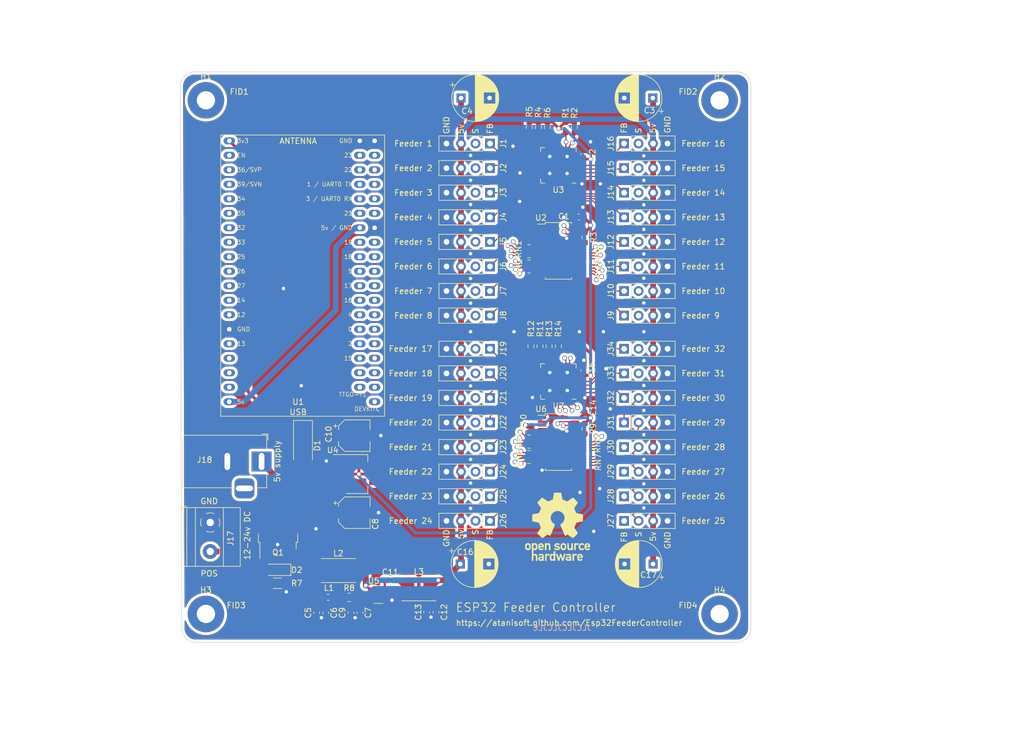
<source format=kicad_pcb>
(kicad_pcb (version 20211014) (generator pcbnew)
  (layers (0 "F.Cu" signal) (1 "In1.Cu" power) (2 "In2.Cu" signal) (31 "B.Cu" power) (34 "B.Paste" user) (35 "F.Paste" user) (36 "B.SilkS" user "B.Silkscreen") (37 "F.SilkS" user "F.Silkscreen") (38 "B.Mask" user) (39 "F.Mask" user) (44 "Edge.Cuts" user))
  (net 0 "")
  (net 1 "GND")
  (net 2 "+5V")
  (net 3 "+3V3")
  (net 4 "Net-(D1-Pad1)")
  (net 5 "Net-(RN1-Pad1)")
  (net 6 "Net-(RN1-Pad3)")
  (net 7 "Net-(RN1-Pad2)")
  (net 8 "Net-(RN1-Pad4)")
  (net 9 "Net-(RN2-Pad1)")
  (net 10 "Net-(RN2-Pad3)")
  (net 11 "Net-(RN2-Pad2)")
  (net 12 "Net-(RN2-Pad4)")
  (net 13 "Net-(RN3-Pad1)")
  (net 14 "Net-(RN3-Pad3)")
  (net 15 "Net-(RN3-Pad2)")
  (net 16 "Net-(RN3-Pad4)")
  (net 17 "Net-(RN4-Pad1)")
  (net 18 "Net-(RN4-Pad3)")
  (net 19 "Net-(RN4-Pad2)")
  (net 20 "Net-(RN4-Pad4)")
  (net 21 "Net-(RN5-Pad1)")
  (net 22 "Net-(RN5-Pad3)")
  (net 23 "Net-(RN5-Pad2)")
  (net 24 "Net-(RN5-Pad4)")
  (net 25 "Net-(RN6-Pad3)")
  (net 26 "Net-(RN6-Pad2)")
  (net 27 "Net-(RN6-Pad4)")
  (net 28 "Net-(RN7-Pad1)")
  (net 29 "Net-(RN7-Pad3)")
  (net 30 "Net-(RN7-Pad2)")
  (net 31 "Net-(RN7-Pad4)")
  (net 32 "Net-(RN8-Pad2)")
  (net 33 "Net-(RN8-Pad4)")
  (net 34 "VDD")
  (net 35 "/ServoControl (1-16)/feeder-1-servo")
  (net 36 "/ServoControl (1-16)/feeder-1-feedback")
  (net 37 "/ServoControl (1-16)/feeder-2-servo")
  (net 38 "/ServoControl (1-16)/feeder-2-feedback")
  (net 39 "/ServoControl (1-16)/feeder-3-servo")
  (net 40 "/ServoControl (1-16)/feeder-3-feedback")
  (net 41 "/ServoControl (1-16)/feeder-4-servo")
  (net 42 "/ServoControl (1-16)/feeder-4-feedback")
  (net 43 "/ServoControl (1-16)/feeder-5-servo")
  (net 44 "/ServoControl (1-16)/feeder-5-feedback")
  (net 45 "/ServoControl (1-16)/feeder-6-servo")
  (net 46 "/ServoControl (1-16)/feeder-6-feedback")
  (net 47 "/ServoControl (1-16)/feeder-7-servo")
  (net 48 "/ServoControl (1-16)/feeder-7-feedback")
  (net 49 "/ServoControl (1-16)/feeder-8-servo")
  (net 50 "/ServoControl (1-16)/feeder-8-feedback")
  (net 51 "/ServoControl (1-16)/feeder-9-servo")
  (net 52 "/ServoControl (1-16)/feeder-9-feedback")
  (net 53 "/ServoControl (1-16)/feeder-10-servo")
  (net 54 "/ServoControl (1-16)/feeder-10-feedback")
  (net 55 "/ServoControl (1-16)/feeder-11-servo")
  (net 56 "/ServoControl (1-16)/feeder-11-feedback")
  (net 57 "/ServoControl (1-16)/feeder-12-servo")
  (net 58 "/ServoControl (1-16)/feeder-12-feedback")
  (net 59 "/ServoControl (1-16)/feeder-13-servo")
  (net 60 "/ServoControl (1-16)/feeder-13-feedback")
  (net 61 "/ServoControl (1-16)/feeder-14-servo")
  (net 62 "/ServoControl (1-16)/feeder-14-feedback")
  (net 63 "/ServoControl (1-16)/feeder-15-servo")
  (net 64 "/ServoControl (1-16)/feeder-15-feedback")
  (net 65 "/ServoControl (1-16)/feeder-16-servo")
  (net 66 "/ServoControl (1-16)/feeder-16-feedback")
  (net 67 "/ServoControl (17-32)/feeder-17-servo")
  (net 68 "/ServoControl (17-32)/feeder-17-feedback")
  (net 69 "/Power/5v-BST")
  (net 70 "/ServoControl (17-32)/feeder-18-servo")
  (net 71 "/ServoControl (17-32)/feeder-18-feedback")
  (net 72 "/ServoControl (17-32)/feeder-19-servo")
  (net 73 "/ServoControl (17-32)/feeder-19-feedback")
  (net 74 "Net-(D2-Pad2)")
  (net 75 "/ServoControl (17-32)/feeder-20-servo")
  (net 76 "/ServoControl (17-32)/feeder-20-feedback")
  (net 77 "/ServoControl (17-32)/feeder-21-servo")
  (net 78 "/ServoControl (17-32)/feeder-21-feedback")
  (net 79 "Net-(J17-Pad2)")
  (net 80 "/ServoControl (17-32)/feeder-22-servo")
  (net 81 "/ServoControl (17-32)/feeder-22-feedback")
  (net 82 "/ServoControl (17-32)/feeder-23-servo")
  (net 83 "/ServoControl (17-32)/feeder-23-feedback")
  (net 84 "Net-(L1-Pad2)")
  (net 85 "/ServoControl (17-32)/feeder-24-servo")
  (net 86 "/ServoControl (17-32)/feeder-24-feedback")
  (net 87 "Net-(R11-Pad2)")
  (net 88 "/ServoControl (17-32)/feeder-25-servo")
  (net 89 "/ServoControl (17-32)/feeder-25-feedback")
  (net 90 "Net-(R12-Pad2)")
  (net 91 "/ServoControl (17-32)/feeder-26-servo")
  (net 92 "/ServoControl (17-32)/feeder-26-feedback")
  (net 93 "unconnected-(U1-Pad0)")
  (net 94 "/ServoControl (17-32)/feeder-27-servo")
  (net 95 "/ServoControl (17-32)/feeder-27-feedback")
  (net 96 "unconnected-(U1-Pad1)")
  (net 97 "/ServoControl (17-32)/feeder-28-servo")
  (net 98 "/ServoControl (17-32)/feeder-28-feedback")
  (net 99 "unconnected-(U1-Pad2)")
  (net 100 "/ServoControl (17-32)/feeder-29-servo")
  (net 101 "/ServoControl (17-32)/feeder-29-feedback")
  (net 102 "unconnected-(U1-Pad3)")
  (net 103 "/ServoControl (17-32)/feeder-30-servo")
  (net 104 "/ServoControl (17-32)/feeder-30-feedback")
  (net 105 "unconnected-(U1-Pad4)")
  (net 106 "/ServoControl (17-32)/feeder-31-servo")
  (net 107 "/ServoControl (17-32)/feeder-31-feedback")
  (net 108 "unconnected-(U1-Pad5)")
  (net 109 "/ServoControl (17-32)/feeder-32-servo")
  (net 110 "/ServoControl (17-32)/feeder-32-feedback")
  (net 111 "unconnected-(U1-Pad5V)")
  (net 115 "unconnected-(U1-Pad15)")
  (net 116 "unconnected-(U1-Pad16)")
  (net 117 "unconnected-(U1-Pad17)")
  (net 118 "unconnected-(U1-Pad18)")
  (net 119 "unconnected-(U1-Pad19)")
  (net 120 "unconnected-(U1-Pad22)")
  (net 146 "Net-(C7-Pad1)")
  (net 147 "Net-(C11-Pad2)")
  (net 148 "Net-(R3-Pad2)")
  (net 149 "Net-(R4-Pad2)")
  (net 150 "Net-(R9-Pad2)")
  (net 151 "Net-(R10-Pad2)")
  (net 152 "Net-(RN8-Pad1)")
  (net 158 "/SCL")
  (net 159 "/SDA")
  (net 160 "Net-(RN6-Pad1)")
  (net 161 "Net-(RN8-Pad3)")
  (net 162 "Net-(R5-Pad2)")
  (net 163 "Net-(R6-Pad2)")
  (net 164 "Net-(R13-Pad2)")
  (net 165 "Net-(R14-Pad2)")
  (footprint "Connector_PinHeader_2.54mm:PinHeader_1x04_P2.54mm_Vertical" (layer "F.Cu") (at 183.27 81.42 90)
    (fp_text reference "J10")
    (fp_text value "Feeder 10")
  )
  (footprint "Capacitor_SMD:C_0603_1608Metric_Pad1.08x0.95mm_HandSolder" (layer "F.Cu") (at 176.4 101.9 90)
    (fp_text reference "C14")
    (fp_text value "100nF")
  )
  (footprint "Capacitor_SMD:C_0603_1608Metric_Pad1.08x0.95mm_HandSolder" (layer "F.Cu") (at 137 137.8 -90)
    (fp_text reference "C7")
    (fp_text value "22uF")
  )
  (footprint "Connector_PinHeader_2.54mm:PinHeader_1x04_P2.54mm_Vertical" (layer "F.Cu") (at 183.27 77.112667 90)
    (fp_text reference "J11")
    (fp_text value "Feeder 11")
  )
  (footprint "Resistor_SMD:R_0603_1608Metric_Pad0.98x0.95mm_HandSolder" (layer "F.Cu") (at 170.13 91.1 -90)
    (fp_text reference "R13")
    (fp_text value "10K")
  )
  (footprint "Connector_PinHeader_2.54mm:PinHeader_1x04_P2.54mm_Vertical" (layer "F.Cu") (at 159.775 85.727333 -90)
    (fp_text reference "J8")
    (fp_text value "Feeder 8")
  )
  (footprint "Connector_PinHeader_2.54mm:PinHeader_1x04_P2.54mm_Vertical" (layer "F.Cu") (at 159.775 55.576002 -90)
    (fp_text reference "J1")
    (fp_text value "Feeder 1")
  )
  (footprint "Connector_PinHeader_2.54mm:PinHeader_1x04_P2.54mm_Vertical" (layer "F.Cu") (at 159.775 64.190668 -90)
    (fp_text reference "J3")
    (fp_text value "Feeder 3")
  )
  (footprint "Connector_PinHeader_2.54mm:PinHeader_1x04_P2.54mm_Vertical" (layer "F.Cu") (at 159.775 108.769332 -90)
    (fp_text reference "J23")
    (fp_text value "Feeder 21")
  )
  (footprint "Resistor_SMD:R_0603_1608Metric_Pad0.98x0.95mm_HandSolder" (layer "F.Cu") (at 169.83 52.74 -90)
    (fp_text reference "R6")
    (fp_text value "10K")
  )
  (footprint "Capacitor_SMD:C_0603_1608Metric_Pad1.08x0.95mm_HandSolder" (layer "F.Cu") (at 175.3375 68.47 180)
    (fp_text reference "C1")
    (fp_text value "100nF")
  )
  (footprint "Connector_PinHeader_2.54mm:PinHeader_1x04_P2.54mm_Vertical" (layer "F.Cu") (at 159.775 72.805334 -90)
    (fp_text reference "J5")
    (fp_text value "Feeder 5")
  )
  (footprint "Connector_PinHeader_2.54mm:PinHeader_1x04_P2.54mm_Vertical" (layer "F.Cu") (at 159.775 104.461999 -90)
    (fp_text reference "J22")
    (fp_text value "Feeder 20")
  )
  (footprint "Package_DFN_QFN:QFN-28-1EP_6x6mm_P0.65mm_EP4.25x4.25mm" (layer "F.Cu") (at 171.76 59.397333 180)
    (fp_text reference "U3")
    (fp_text value "MCP23017")
  )
  (footprint "Fiducial:Fiducial_0.5mm_Mask1mm" (layer "F.Cu") (at 115.83 48)
    (fp_text reference "FID1")
    (fp_text value "Fiducial")
  )
  (footprint "Resistor_SMD:R_0603_1608Metric_Pad0.98x0.95mm_HandSolder" (layer "F.Cu") (at 173.01 52.74 -90)
    (fp_text reference "R1")
    (fp_text value "2k4")
  )
  (footprint "Connector_PinHeader_2.54mm:PinHeader_1x04_P2.54mm_Vertical" (layer "F.Cu") (at 159.775 68.498001 -90)
    (fp_text reference "J4")
    (fp_text value "Feeder 4")
  )
  (footprint "Capacitor_SMD:CP_Elec_5x5.3" (layer "F.Cu") (at 136 120.25)
    (fp_text reference "C8")
    (fp_text value "10uF")
  )
  (footprint "Connector_PinHeader_2.54mm:PinHeader_1x04_P2.54mm_Vertical" (layer "F.Cu") (at 183.27 117.383998 90)
    (fp_text reference "J28")
    (fp_text value "Feeder 26")
  )
  (footprint "Package_TO_SOT_SMD:SOT-223-3_TabPin2" (layer "F.Cu") (at 136.45 113.5)
    (fp_text reference "U4")
    (fp_text value "AP2114-3.3")
  )
  (footprint "Capacitor_SMD:C_0603_1608Metric_Pad1.08x0.95mm_HandSolder" (layer "F.Cu") (at 176.2 57.447333 90)
    (fp_text reference "C2")
    (fp_text value "100nF")
  )
  (footprint "Package_DFN_QFN:QFN-28-1EP_6x6mm_P0.65mm_EP4.25x4.25mm" (layer "F.Cu") (at 171.76 97.27 180)
    (fp_text reference "U7")
    (fp_text value "MCP23017_ML")
  )
  (footprint "Connector_PinHeader_2.54mm:PinHeader_1x04_P2.54mm_Vertical" (layer "F.Cu") (at 183.27 59.883335 90)
    (fp_text reference "J15")
    (fp_text value "Feeder 15")
  )
  (footprint "Fiducial:Fiducial_0.5mm_Mask1mm" (layer "F.Cu") (at 194.47 138)
    (fp_text reference "FID4")
    (fp_text value "Fiducial")
  )
  (footprint "Resistor_SMD:R_0603_1608Metric_Pad0.98x0.95mm_HandSolder" (layer "F.Cu") (at 168.24 52.74 -90)
    (fp_text reference "R4")
    (fp_text value "10K")
  )
  (footprint "Resistor_SMD:R_0603_1608Metric_Pad0.98x0.95mm_HandSolder" (layer "F.Cu") (at 176.43 72.03 -90)
    (fp_text reference "R3")
    (fp_text value "10K")
  )
  (footprint "Capacitor_SMD:CP_Elec_5x5.3" (layer "F.Cu") (at 136 106.75)
    (fp_text reference "C10")
    (fp_text value "10uF")
  )
  (footprint "Connector_PinHeader_2.54mm:PinHeader_1x04_P2.54mm_Vertical" (layer "F.Cu") (at 183.27 91.54 90)
    (fp_text reference "J34")
    (fp_text value "Feeder 32")
  )
  (footprint "Capacitor_THT:CP_Radial_D8.0mm_P5.00mm" (layer "F.Cu") (at 188.3 47.6 180)
    (fp_text reference "C3")
    (fp_text value "470uF")
  )
  (footprint "Capacitor_THT:CP_Radial_D8.0mm_P5.00mm" (layer "F.Cu") (at 154.695 47.6)
    (fp_text reference "C4")
    (fp_text value "470uF")
  )
  (footprint "TerminalBlock_Phoenix:TerminalBlock_Phoenix_MKDS-1,5-2-5.08_1x02_P5.08mm_Horizontal" (layer "F.Cu") (at 110.75 121.975 -90)
    (fp_text reference "J17")
    (fp_text value "12-24v DC")
  )
  (footprint "Connector_PinHeader_2.54mm:PinHeader_1x04_P2.54mm_Vertical" (layer "F.Cu") (at 159.775 113.076665 -90)
    (fp_text reference "J24")
    (fp_text value "Feeder 22")
  )
  (footprint "Fiducial:Fiducial_0.5mm_Mask1mm" (layer "F.Cu") (at 194.47 48)
    (fp_text reference "FID2")
    (fp_text value "Fiducial")
  )
  (footprint "Resistor_SMD:R_0603_1608Metric_Pad0.98x0.95mm_HandSolder" (layer "F.Cu") (at 167.05 104.43 90)
    (fp_text reference "R10")
    (fp_text value "10K")
  )
  (footprint "Inductor_SMD:L_Taiyo-Yuden_NR-40xx_HandSoldering" (layer "F.Cu") (at 147.3 133.6)
    (fp_text reference "L3")
    (fp_text value "4.7uH")
  )
  (footprint "Components:TTGO-T1-DEVKIT-C" (layer "F.Cu") (at 126.16 80.274)
    (fp_text reference "U1")
    (fp_text value "ESP32-Module" hide)
  )
  (footprint "MountingHole:MountingHole_3.2mm_M3_Pad" (layer "F.Cu") (at 200 48)
    (fp_text reference "H2")
    (fp_text value "MountingHole")
  )
  (footprint "Resistor_SMD:R_Array_Concave_4x0402" (layer "F.Cu") (at 166.62 77.12 180)
    (fp_text reference "RN2")
    (fp_text value "220R")
  )
  (footprint "Capacitor_SMD:C_0603_1608Metric_Pad1.08x0.95mm_HandSolder" (layer "F.Cu") (at 142.3 132.1)
    (fp_text reference "C11")
    (fp_text value "100nF")
  )
  (footprint "Capacitor_THT:CP_Radial_D8.0mm_P5.00mm" (layer "F.Cu") (at 154.575 129.25)
    (fp_text reference "C16")
    (fp_text value "470uF")
  )
  (footprint "Connector_PinHeader_2.54mm:PinHeader_1x04_P2.54mm_Vertical" (layer "F.Cu") (at 159.775 100.154666 -90)
    (fp_text reference "J21")
    (fp_text value "Feeder 19")
  )
  (footprint "Resistor_SMD:R_0603_1608Metric_Pad0.98x0.95mm_HandSolder" (layer "F.Cu") (at 166.95 91.1 -90)
    (fp_text reference "R12")
    (fp_text value "10K")
  )
  (footprint "Package_SO:TSSOP-28_4.4x9.7mm_P0.65mm" (layer "F.Cu") (at 171.76 74.38)
    (fp_text reference "U2")
    (fp_text value "PCA9685PW")
  )
  (footprint "Resistor_SMD:R_0603_1608Metric_Pad0.98x0.95mm_HandSolder" (layer "F.Cu") (at 166.65 52.74 -90)
    (fp_text reference "R5")
    (fp_text value "10K")
  )
  (footprint "Resistor_SMD:R_Array_Concave_4x0402" (layer "F.Cu") (at 166.62 110.5 180)
    (fp_text reference "RN6")
    (fp_text value "220R")
  )
  (footprint "Connector_PinHeader_2.54mm:PinHeader_1x04_P2.54mm_Vertical" (layer "F.Cu") (at 159.775 95.847333 -90)
    (fp_text reference "J20")
    (fp_text value "Feeder 18")
  )
  (footprint "MountingHole:MountingHole_3.2mm_M3_Pad" (layer "F.Cu") (at 200 138)
    (fp_text reference "H4")
    (fp_text value "MountingHole")
  )
  (footprint "Connector_PinHeader_2.54mm:PinHeader_1x04_P2.54mm_Vertical" (layer "F.Cu") (at 159.775 117.383998 -90)
    (fp_text reference "J25")
    (fp_text value "Feeder 23")
  )
  (footprint "Package_TO_SOT_SMD:TSOT-23-6" (layer "F.Cu") (at 140.2 134.6)
    (fp_text reference "U5")
    (fp_text value "AP63205WU")
  )
  (footprint "Resistor_SMD:R_Array_Concave_4x0402" (layer "F.Cu") (at 166.62 74.45 180)
    (fp_text reference "RN1")
    (fp_text value "220R")
  )
  (footprint "Resistor_SMD:R_Array_Concave_4x0402" (layer "F.Cu") (at 166.62 107.8 180)
    (fp_text reference "RN5")
    (fp_text value "220R")
  )
  (footprint "Resistor_SMD:R_0603_1608Metric_Pad0.98x0.95mm_HandSolder" (layer "F.Cu") (at 174.55 52.74 -90)
    (fp_text reference "R2")
    (fp_text value "2k4")
  )
  (footprint "Capacitor_SMD:C_0603_1608Metric_Pad1.08x0.95mm_HandSolder" (layer "F.Cu") (at 131 137.8 -90)
    (fp_text reference "C6")
    (fp_text value "22uF")
  )
  (footprint "Resistor_SMD:R_0603_1608Metric_Pad0.98x0.95mm_HandSolder" (layer "F.Cu") (at 168.55 91.1 -90)
    (fp_text reference "R11")
    (fp_text value "10K")
  )
  (footprint "Connector_PinHeader_2.54mm:PinHeader_1x04_P2.54mm_Vertical" (layer "F.Cu") (at 183.27 64.190668 90)
    (fp_text reference "J14")
    (fp_text value "Feeder 14")
  )
  (footprint "Capacitor_THT:CP_Radial_D8.0mm_P5.00mm" (layer "F.Cu") (at 188.35 129.25 180)
    (fp_text reference "C17")
    (fp_text value "470uF")
  )
  (footprint "Connector_PinHeader_2.54mm:PinHeader_1x04_P2.54mm_Vertical" (layer "F.Cu") (at 159.775 121.691331 -90)
    (fp_text reference "J26")
    (fp_text value "Feeder 24")
  )
  (footprint "Connector_PinHeader_2.54mm:PinHeader_1x04_P2.54mm_Vertical" (layer "F.Cu") (at 183.27 100.154666 90)
    (fp_text reference "J32")
    (fp_text value "Feeder 30")
  )
  (footprint "Package_TO_SOT_SMD:TO-252-2" (layer "F.Cu") (at 122.63 123 90)
    (fp_text reference "Q1")
    (fp_text value "DMP3028LK3-13")
  )
  (footprint "Capacitor_SMD:C_0603_1608Metric_Pad1.08x0.95mm_HandSolder" (layer "F.Cu") (at 148.7 137.7 -90)
    (fp_text reference "C13")
    (fp_text value "22uF")
  )
  (footprint "Resistor_SMD:R_0603_1608Metric_Pad0.98x0.95mm_HandSolder" (layer "F.Cu") (at 171.75 91.1 -90)
    (fp_text reference "R14")
    (fp_text value "10K")
  )
  (footprint "Resistor_SMD:R_Array_Concave_4x0402" (layer "F.Cu") (at 176.87 77.66)
    (fp_text reference "RN3")
    (fp_text value "220R")
  )
  (footprint "Resistor_SMD:R_0603_1608Metric_Pad0.98x0.95mm_HandSolder" (layer "F.Cu") (at 176.4 105.54 -90)
    (fp_text reference "R9")
    (fp_text value "10K")
  )
  (footprint "MountingHole:MountingHole_3.2mm_M3_Pad" (layer "F.Cu") (at 110 48)
    (fp_text reference "H1")
    (fp_text value "MountingHole")
  )
  (footprint "Symbol:OSHW-Logo_11.4x12mm_SilkScreen" (layer "F.Cu") (at 171.61 122.72)
    (fp_text reference "REF**" hide)
    (fp_text value "OSHW-Logo_11.4x12mm_SilkScreen" hide)
  )
  (footprint "Diode_SMD:D_SOD-123" (layer "F.Cu") (at 122.63 130.28 180)
    (fp_text reference "D2")
    (fp_text value "PDZ12BGWX")
  )
  (footprint "Connector_PinHeader_2.54mm:PinHeader_1x04_P2.54mm_Vertical" (layer "F.Cu") (at 183.27 104.461999 90)
    (fp_text reference "J31")
    (fp_text value "Feeder 29")
  )
  (footprint "Connector_PinHeader_2.54mm:PinHeader_1x04_P2.54mm_Vertical" (layer "F.Cu") (at 159.775 81.42 -90)
    (fp_text reference "J7")
    (fp_text value "Feeder 7")
  )
  (footprint "Inductor_SMD:L_0603_1608Metric_Pad1.05x0.95mm_HandSolder" (layer "F.Cu") (at 131.4 135.1)
    (fp_text reference "L1")
    (fp_text value "0.47uH")
  )
  (footprint "Diode_SMD:D_SMA_Handsoldering" (layer "F.Cu") (at 127 108.5 -90)
    (fp_text reference "D1")
    (fp_text value "STPS1L30A")
  )
  (footprint "Connector_PinHeader_2.54mm:PinHeader_1x04_P2.54mm_Vertical" (layer "F.Cu") (at 183.27 121.691331 90)
    (fp_text reference "J27")
    (fp_text value "Feeder 25")
  )
  (footprint "Connector_PinHeader_2.54mm:PinHeader_1x04_P2.54mm_Vertical" (layer "F.Cu") (at 183.27 108.769332 90)
    (fp_text reference "J30")
    (fp_text value "Feeder 28")
  )
  (footprint "Capacitor_SMD:C_0603_1608Metric_Pad1.08x0.95mm_HandSolder" (layer "F.Cu") (at 150.3 137.7 -90)
    (fp_text reference "C12")
    (fp_text value "22uF")
  )
  (footprint "Connector_PinHeader_2.54mm:PinHeader_1x04_P2.54mm_Vertical" (layer "F.Cu") (at 183.27 95.847333 90)
    (fp_text reference "J33")
    (fp_text value "Feeder 31")
  )
  (footprint "Inductor_SMD:L_Taiyo-Yuden_NR-40xx_HandSoldering" (layer "F.Cu") (at 133.2 130.4)
    (fp_text reference "L2")
    (fp_text value "4.7uH")
  )
  (footprint "Resistor_SMD:R_Array_Concave_4x0402" (layer "F.Cu") (at 176.87 111.2)
    (fp_text reference "RN7")
    (fp_text value "220R")
  )
  (footprint "Resistor_SMD:R_0805_2012Metric_Pad1.20x1.40mm_HandSolder" (layer "F.Cu") (at 135.1 135.1)
    (fp_text reference "R8")
    (fp_text value "0R5")
  )
  (footprint "MountingHole:MountingHole_3.2mm_M3_Pad" (layer "F.Cu") (at 110 138)
    (fp_text reference "H3")
    (fp_text value "MountingHole")
  )
  (footprint "Capacitor_SMD:C_0603_1608Metric_Pad1.08x0.95mm_HandSolder" (layer "F.Cu") (at 176.2 95.32 90)
    (fp_text reference "C15")
    (fp_text value "100nF")
  )
  (footprint "Connector_PinHeader_2.54mm:PinHeader_1x04_P2.54mm_Vertical" (layer "F.Cu") (at 159.775 59.883335 -90)
    (fp_text reference "J2")
    (fp_text value "Feeder 2")
  )
  (footprint "Connector_PinHeader_2.54mm:PinHeader_1x04_P2.54mm_Vertical" (layer "F.Cu") (at 183.27 85.727333 90)
    (fp_text reference "J9")
    (fp_text value "Feeder 9")
  )
  (footprint "Capacitor_SMD:C_0603_1608Metric_Pad1.08x0.95mm_HandSolder" (layer "F.Cu") (at 129.4 137.8 -90)
    (fp_text reference "C5")
    (fp_text value "22uF")
  )
  (footprint "Connector_PinHeader_2.54mm:PinHeader_1x04_P2.54mm_Vertical" (layer "F.Cu") (at 183.27 68.498001 90)
    (fp_text reference "J13")
    (fp_text value "Feeder 13")
  )
  (footprint "Connector_PinHeader_2.54mm:PinHeader_1x04_P2.54mm_Vertical" (layer "F.Cu") (at 183.27 72.805334 90)
    (fp_text reference "J12")
    (fp_text value "Feeder 12")
  )
  (footprint "Package_SO:TSSOP-28_4.4x9.7mm_P0.65mm" (layer "F.Cu") (at 171.76 107.88)
    (fp_text reference "U6")
    (fp_text value "PCA9685PW")
  )
  (footprint "Connector_PinHeader_2.54mm:PinHeader_1x04_P2.54mm_Vertical" (layer "F.Cu") (at 159.775 77.112667 -90)
    (fp_text reference "J6")
    (fp_text value "Feeder 6")
  )
  (footprint "Capacitor_SMD:C_0603_1608Metric_Pad1.08x0.95mm_HandSolder" (layer "F.Cu") (at 135.4 137.8 -90)
    (fp_text reference "C9")
    (fp_text value "22uF")
  )
  (footprint "Resistor_SMD:R_Array_Concave_4x0402" (layer "F.Cu") (at 176.87 74.99)
    (fp_text reference "RN4")
    (fp_text value "220R")
  )
  (footprint "Connector_PinHeader_2.54mm:PinHeader_1x04_P2.54mm_Vertical" (layer "F.Cu") (at 159.775 91.54 -90)
    (fp_text reference "J19")
    (fp_text value "Feeder 17")
  )
  (footprint "Connector_PinHeader_2.54mm:PinHeader_1x04_P2.54mm_Vertical" (layer "F.Cu") (at 183.26 55.576002 90)
    (fp_text reference "J16")
    (fp_text value "Feeder 16")
  )
  (footprint "Resistor_SMD:R_Array_Concave_4x0402" (layer "F.Cu") (at 176.87 108.6)
    (fp_text reference "RN8")
    (fp_text value "220R")
  )
  (footprint "Fiducial:Fiducial_0.5mm_Mask1mm" (layer "F.Cu") (at 115.305 138)
    (fp_text reference "FID3")
    (fp_text value "Fiducial")
  )
  (footprint "Resistor_SMD:R_1206_3216Metric_Pad1.30x1.75mm_HandSolder" (layer "F.Cu") (at 122.53 132.63 180)
    (fp_text reference "R7")
    (fp_text value "100k")
  )
  (footprint "Connector_PinHeader_2.54mm:PinHeader_1x04_P2.54mm_Vertical" (layer "F.Cu") (at 183.27 113.076665 90)
    (fp_text reference "J29")
    (fp_text value "Feeder 27")
  )
  (footprint "Connector_BarrelJack:BarrelJack_Horizontal" (layer "F.Cu") (at 119.75 111.2925)
    (fp_text reference "J18")
    (fp_text value "5V Supply")
  )
  (gr_arc (start 203 43.008884) (mid 204.767767 43.741117) (end 205.5 45.508884) (layer "Edge.Cuts") (width 0.1))
  (gr_line (start 105.75 140.491117) (end 105.5 45.508884) (layer "Edge.Cuts") (width 0.1))
  (gr_line (start 203 43.008884) (end 108 43.008884) (layer "Edge.Cuts") (width 0.1))
  (gr_arc (start 205.5 140.491117) (mid 204.767767 142.258884) (end 203 142.991117) (layer "Edge.Cuts") (width 0.1))
  (gr_arc (start 108.25 142.991117) (mid 106.482233 142.258884) (end 105.75 140.491117) (layer "Edge.Cuts") (width 0.1))
  (gr_line (start 205.5 45.508884) (end 205.5 140.491117) (layer "Edge.Cuts") (width 0.1))
  (gr_line (start 203 142.991117) (end 108.25 142.991117) (layer "Edge.Cuts") (width 0.1))
  (gr_arc (start 105.5 45.508884) (mid 106.232233 43.741117) (end 108 43.008884) (layer "Edge.Cuts") (width 0.1))
  (gr_text "JLCJLCJLCJLC" (at 172.375 140.425) (layer "B.SilkS") (effects (font (size 1 1)) (justify mirror)))
  (gr_text "Feeder 7" (at 149.775 81.42) (layer "F.SilkS") (effects (font (size 1 1)) (justify right)))
  (gr_text "Feeder 10" (at 193.25 81.42) (layer "F.SilkS") (effects (font (size 1 1)) (justify left)))
  (gr_text "Feeder 20" (at 149.775 104.461999) (layer "F.SilkS") (effects (font (size 1 1)) (justify right)))
  (gr_text "FB" (at 159.775 123.1 90) (layer "F.SilkS") (effects (font (size 1 1)) (justify right)))
  (gr_text "FB" (at 183.26 53.875 90) (layer "F.SilkS") (effects (font (size 1 1)) (justify left)))
  (gr_text "Feeder 4" (at 149.775 68.498001) (layer "F.SilkS") (effects (font (size 1 1)) (justify right)))
  (gr_text "Feeder 11" (at 193.25 77.112667) (layer "F.SilkS") (effects (font (size 1 1)) (justify left)))
  (gr_text "FB" (at 159.775 53.975 90) (layer "F.SilkS") (effects (font (size 1 1)) (justify left)))
  (gr_text "Feeder 23" (at 149.775 117.383998) (layer "F.SilkS") (effects (font (size 1 1)) (justify right)))
  (gr_text "5v" (at 154.695 53.975 90) (layer "F.SilkS") (effects (font (size 1 1)) (justify left)))
  (gr_text "GND" (at 190.89 123.475 90) (layer "F.SilkS") (effects (font (size 1 1)) (justify right)))
  (gr_text "5v" (at 188.34 53.875 90) (layer "F.SilkS") (effects (font (size 1 1)) (justify left)))
  (gr_text "Feeder 1" (at 149.775 55.576002) (layer "F.SilkS") (effects (font (size 1 1)) (justify right)))
  (gr_text "Feeder 22" (at 149.775 113.076665) (layer "F.SilkS") (effects (font (size 1 1)) (justify right)))
  (gr_text "GND" (at 190.88 53.875 90) (layer "F.SilkS") (effects (font (size 1 1)) (justify left)))
  (gr_text "Feeder 18" (at 149.775 95.847333) (layer "F.SilkS") (effects (font (size 1 1)) (justify right)))
  (gr_text "Feeder 32" (at 193.25 91.54) (layer "F.SilkS") (effects (font (size 1 1)) (justify left)))
  (gr_text "Feeder 13" (at 193.25 68.498001) (layer "F.SilkS") (effects (font (size 1 1)) (justify left)))
  (gr_text "https://atanisoft.github.com/Esp32FeederController" (at 173.63 139.56) (layer "F.SilkS") (effects (font (size 1 1))))
  (gr_text "5v supply" (at 122.5 111.25 90) (layer "F.SilkS") (effects (font (size 1 1))))
  (gr_text "POS" (at 110.575 130.925) (layer "F.SilkS") (effects (font (size 1 1))))
  (gr_text "5v" (at 154.695 123.1 90) (layer "F.SilkS") (effects (font (size 1 1)) (justify right)))
  (gr_text "S" (at 157.235 123.1 90) (layer "F.SilkS") (effects (font (size 1 1)) (justify right)))
  (gr_text "Feeder 25" (at 193.25 121.691331) (layer "F.SilkS") (effects (font (size 1 1)) (justify left)))
  (gr_text "Feeder 6" (at 149.775 77.112667) (layer "F.SilkS") (effects (font (size 1 1)) (justify right)))
  (gr_text "Feeder 2" (at 149.775 59.883335) (layer "F.SilkS") (effects (font (size 1 1)) (justify right)))
  (gr_text "GND" (at 152.155 53.975 90) (layer "F.SilkS") (effects (font (size 1 1)) (justify left)))
  (gr_text "Feeder 30" (at 193.25 100.154666) (layer "F.SilkS") (effects (font (size 1 1)) (justify left)))
  (gr_text "Feeder 21" (at 149.775 108.769332) (layer "F.SilkS") (effects (font (size 1 1)) (justify right)))
  (gr_text "S" (at 185.81 123.475 90) (layer "F.SilkS") (effects (font (size 1 1)) (justify right)))
  (gr_text "Feeder 26" (at 193.25 117.383998) (layer "F.SilkS") (effects (font (size 1 1)) (justify left)))
  (gr_text "Feeder 29" (at 193.25 104.461999) (layer "F.SilkS") (effects (font (size 1 1)) (justify left)))
  (gr_text "Feeder 16" (at 193.25 55.576002) (layer "F.SilkS") (effects (font (size 1 1)) (justify left)))
  (gr_text "Feeder 8" (at 149.775 85.727333) (layer "F.SilkS") (effects (font (size 1 1)) (justify right)))
  (gr_text "5v" (at 188.35 123.475 90) (layer "F.SilkS") (effects (font (size 1 1)) (justify right)))
  (gr_text "Feeder 24" (at 149.775 121.691331) (layer "F.SilkS") (effects (font (size 1 1)) (justify right)))
  (gr_text "Feeder 3" (at 149.775 64.190668) (layer "F.SilkS") (effects (font (size 1 1)) (justify right)))
  (gr_text "ESP32 Feeder Controller" (at 167.78 136.86) (layer "F.SilkS") (effects (font (size 1.5 1.5))))
  (gr_text "Feeder 15" (at 193.25 59.883335) (layer "F.SilkS") (effects (font (size 1 1)) (justify left)))
  (gr_text "Feeder 27" (at 193.25 113.076665) (layer "F.SilkS") (effects (font (size 1 1)) (justify left)))
  (gr_text "S" (at 185.8 53.875 90) (layer "F.SilkS") (effects (font (size 1 1)) (justify left)))
  (gr_text "Feeder 9" (at 193.25 85.727333) (layer "F.SilkS") (effects (font (size 1 1)) (justify left)))
  (gr_text "FB" (at 183.27 123.475 90) (layer "F.SilkS") (effects (font (size 1 1)) (justify right)))
  (gr_text "Feeder 5" (at 149.775 72.805334) (layer "F.SilkS") (effects (font (size 1 1)) (justify right)))
  (gr_text "Feeder 12" (at 193.25 72.805334) (layer "F.SilkS") (effects (font (size 1 1)) (justify left)))
  (gr_text "Feeder 19" (at 149.775 100.154666) (layer "F.SilkS") (effects (font (size 1 1)) (justify right)))
  (gr_text "GND" (at 152.155 123.1 90) (layer "F.SilkS") (effects (font (size 1 1)) (justify right)))
  (gr_text "Feeder 28" (at 193.25 108.769332) (layer "F.SilkS") (effects (font (size 1 1)) (justify left)))
  (gr_text "Feeder 31" (at 193.25 95.847333) (layer "F.SilkS") (effects (font (size 1 1)) (justify left)))
  (gr_text "12-24v DC" (at 117.25 124.25 90) (layer "F.SilkS") (effects (font (size 1 1))))
  (gr_text "Feeder 14" (at 193.25 64.190668) (layer "F.SilkS") (effects (font (size 1 1)) (justify left)))
  (gr_text "S" (at 157.235 53.975 90) (layer "F.SilkS") (effects (font (size 1 1)) (justify left)))
  (gr_text "Feeder 17" (at 149.775 91.54) (layer "F.SilkS") (effects (font (size 1 1)) (justify right)))
  (gr_text "GND" (at 110.575 118.25) (layer "F.SilkS") (effects (font (size 1 1))))
  (segment (start 174.475 68.332354) (end 174.47 68.327354) (width 1) (layer "F.Cu") (net 1))
  (segment (start 174.475 68.47) (end 174.475 68.332354) (width 1) (layer "F.Cu") (net 1))
  (segment (start 176.2 56.45) (end 176.2 56.584833) (width 1) (layer "F.Cu") (net 1))
  (segment (start 173.279252 72.105) (end 174.6225 72.105) (width 0.4) (layer "F.Cu") (net 1))
  (segment (start 172.72 68.47) (end 174.475 68.47) (width 1) (layer "F.Cu") (net 1))
  (segment (start 138.2 120.25) (end 140.25 120.25) (width 1) (layer "F.Cu") (net 1))
  (segment (start 174.47 67.42) (end 175.16 66.73) (width 1) (layer "F.Cu") (net 1))
  (segment (start 148.7 138.5625) (end 149.4375 138.5625) (width 1) (layer "F.Cu") (net 1))
  (segment (start 173.537333 58.097333) (end 173.28 57.84) (width 0.4) (layer "F.Cu") (net 1))
  (segment (start 175.16 66.73) (end 176.03 66.73) (width 1) (layer "F.Cu") (net 1))
  (segment (start 173.58 95.97) (end 173.31 95.7) (width 0.4) (layer "F.Cu") (net 1))
  (segment (start 149.4375 138.5625) (end 150.3 138.5625) (width 1) (layer "F.Cu") (net 1))
  (segment (start 140.65 106.75) (end 138.2 106.75) (width 1) (layer "F.Cu") (net 1))
  (segment (start 137 138.6625) (end 136.1375 138.6625) (width 1) (layer "F.Cu") (net 1))
  (segment (start 173.569045 105.605) (end 174.6225 105.605) (width 0.4) (layer "F.Cu") (net 1))
  (segment (start 168.9 112.8) (end 168.9 112.1075) (width 0.4) (layer "F.Cu") (net 1))
  (segment (start 172.71 68.48) (end 172.72 68.47) (width 1) (layer "F.Cu") (net 1))
  (segment (start 173.204752 72.1795) (end 173.279252 72.105) (width 0.4) (layer "F.Cu") (net 1))
  (segment (start 174.5975 95.97) (end 173.58 95.97) (width 0.4) (layer "F.Cu") (net 1))
  (segment (start 177.39 55.26) (end 176.2 56.45) (width 1) (layer "F.Cu") (net 1))
  (segment (start 142.55 135.55) (end 141.3375 135.55) (width 0.4) (layer "F.Cu") (net 1))
  (segment (start 124.08 132.63) (end 124.08 134.13) (width 1) (layer "F.Cu") (net 1))
  (segment (start 174.47 68.327354) (end 174.47 67.42) (width 1) (layer "F.Cu") (net 1))
  (segment (start 133.3 111.2) (end 131.1 111.2) (width 1) (layer "F.Cu") (net 1))
  (segment (start 142.6 135.6) (end 142.55 135.55) (width 0.4) (layer "F.Cu") (net 1))
  (segment (start 174.5975 58.097333) (end 173.537333 58.097333) (width 0.4) (layer "F.Cu") (net 1))
  (segment (start 173.234957 105.939088) (end 173.569045 105.605) (width 0.4) (layer "F.Cu") (net 1))
  (segment (start 131 138.6625) (end 130.2375 138.6625) (width 1) (layer "F.Cu") (net 1))
  (segment (start 176.4 100.125) (end 176.4 101.0375) (width 0.4) (layer "F.Cu") (net 1))
  (segment (start 176.2 93.55) (end 176.2 94.4575) (width 1) (layer "F.Cu") (net 1))
  (segment (start 168.9 112.1075) (end 168.8975 112.105) (width 0.4) (layer "F.Cu") (net 1))
  (segment (start 130.2375 138.6625) (end 129.4 138.6625) (width 1) (layer "F.Cu") (net 1))
  (segment (start 136.1375 138.6625) (end 135.4 138.6625) (width 1) (layer "F.Cu") (net 1))
  (via (at 156.37 57.66) (size 0.8) (drill 0.6) (layers "F.Cu" "B.Cu") (net 1))
  (via (at 156.37 83.55) (size 0.8) (drill 0.6) (layers "F.Cu" "B.Cu") (net 1))
  (via (at 156.37 88.55) (size 0.8) (drill 0.6) (layers "F.Cu" "B.Cu") (net 1))
  (via (at 186.73 66.31) (size 0.8) (drill 0.6) (layers "F.Cu" "B.Cu") (net 1))
  (via (at 172.71 68.48) (size 0.8) (drill 0.6) (layers "F.Cu" "B.Cu") (net 1))
  (via (at 175.55 116.7) (size 0.8) (drill 0.6) (layers "F.Cu" "B.Cu") (net 1))
  (via (at 177.95 123.525) (size 0.8) (drill 0.6) (layers "F.Cu" "B.Cu") (net 1))
  (via (at 173.28 57.84) (size 0.8) (drill 0.6) (layers "F.Cu" "B.Cu") (net 1))
  (via (at 156.37 110.93) (size 0.8) (drill 0.6) (layers "F.Cu" "B.Cu") (net 1))
  (via (at 170.24 57.84) (size 0.8) (drill 0.6) (layers "F.Cu" "B.Cu") (net 1))
  (via (at 123.59 80.98) (size 0.8) (drill 0.6) (layers "F.Cu" "B.Cu") (net 1))
  (via (at 186.73 88.55) (size 0.8) (drill 0.6) (layers "F.Cu" "B.Cu") (net 1))
  (via (at 156.37 98.04) (size 0.8) (drill 0.6) (layers "F.Cu" "B.Cu") (net 1))
  (via (at 180.85 102.075) (size 0.8) (drill 0.6) (layers "F.Cu" "B.Cu") (net 1))
  (via (at 175.45 88.55) (size 0.8) (drill 0.6) (layers "F.Cu" "B.Cu") (net 1))
  (via (at 186.73 110.92) (size 0.8) (drill 0.6) (layers "F.Cu" "B.Cu") (net 1))
  (via (at 170.24 60.82) (size 0.8) (drill 0.6) (layers "F.Cu" "B.Cu") (net 1))
  (via (at 168.9 112.8) (size 0.8) (drill 0.6) (layers "F.Cu" "B.Cu") (net 1))
  (via (at 167.2 100.075) (size 0.8) (drill 0.6) (layers "F.Cu" "B.Cu") (net 1))
  (via (at 186.73 70.62) (size 0.8) (drill 0.6) (layers "F.Cu" "B.Cu") (net 1))
  (via (at 156.37 70.71) (size 0.8) (drill 0.6) (layers "F.Cu" "B.Cu") (net 1))
  (via (at 129.28 123.08) (size 0.8) (drill 0.6) (layers "F.Cu" "B.Cu") (net 1))
  (via (at 173.204752 72.1795) (size 0.8) (drill 0.6) (layers "F.Cu" "B.Cu") (net 1))
  (via (at 124.08 134.13) (size 0.8) (drill 0.6) (layers "F.Cu" "B.Cu") (net 1))
  (via (at 177.39 55.26) (size 0.8) (drill 0.6) (layers "F.Cu" "B.Cu") (net 1))
  (via (at 156.37 74.88) (size 0.8) (drill 0.6) (layers "F.Cu" "B.Cu") (net 1))
  (via (at 163.98 88.55) (size 0.8) (drill 0.6) (layers "F.Cu" "B.Cu") (net 1))
  (via (at 142.6 135.6) (size 0.8) (drill 0.6) (layers "F.Cu" "B.Cu") (net 1))
  (via (at 176.4 100.125) (size 0.8) (drill 0.6) (layers "F.Cu" "B.Cu") (net 1))
  (via (at 163.81 56.05) (size 0.8) (drill 0.6) (layers "F.Cu" "B.Cu") (net 1))
  (via (at 140.65 106.75) (size 0.8) (drill 0.6) (layers "F.Cu" "B.Cu") (net 1))
  (via (at 156.37 79.22) (size 0.8) (drill 0.6) (layers "F.Cu" "B.Cu") (net 1))
  (via (at 179.65 88.55) (size 0.8) (drill 0.6) (layers "F.Cu" "B.Cu") (net 1))
  (via (at 179 116.05) (size 0.8) (drill 0.6) (layers "F.Cu" "B.Cu") (net 1))
  (via (at 173.31 98.85) (size 0.8) (drill 0.6) (layers "F.Cu" "B.Cu") (net 1))
  (via (at 186.73 93.62) (size 0.8) (drill 0.6) (layers "F.Cu" "B.Cu") (net 1))
  (via (at 156.37 102.25) (size 0.8) (drill 0.6) (layers "F.Cu" "B.Cu") (net 1))
  (via (at 186.73 115.21) (size 0.8) (drill 0.6) (layers "F.Cu" "B.Cu") (net 1))
  (via (at 180.075 95.025) (size 0.8) (drill 0.6) (layers "F.Cu" "B.Cu") (net 1))
  (via (at 173.28 60.82) (size 0.8) (drill 0.6) (layers "F.Cu" "B.Cu") (net 1))
  (via (at 170.24 98.85) (size 0.8) (drill 0.6) (layers "F.Cu" "B.Cu") (net 1))
  (via (at 186.73 102.33) (size 0.8) (drill 0.6) (layers "F.Cu" "B.Cu") (net 1))
  (via (at 156.37 93.65) (size 0.8) (drill 0.6) (layers "F.Cu" "B.Cu") (net 1))
  (via (at 136.1375 138.6625) (size 0.8) (drill 0.6) (layers "F.Cu" "B.Cu") (net 1))
  (via (at 186.73 62.02) (size 0.8) (drill 0.6) (layers "F.Cu" "B.Cu") (net 1))
  (via (at 156.37 62) (size 0.8) (drill 0.6) (layers "F.Cu" "B.Cu") (net 1))
  (via (at 140.25 120.25) (size 0.8) (drill 0.6) (layers "F.Cu" "B.Cu") (net 1))
  (via (at 165.03 60.73) (size 0.8) (drill 0.6) (layers "F.Cu" "B.Cu") (net 1))
  (via (at 173.234957 105.939088) (size 0.8) (drill 0.6) (layers "F.Cu" "B.Cu") (net 1))
  (via (at 186.73 83.49) (size 0.8) (drill 0.6) (layers "F.Cu" "B.Cu") (net 1))
  (via (at 156.37 106.57) (size 0.8) (drill 0.6) (layers "F.Cu" "B.Cu") (net 1))
  (via (at 156.37 66.25) (size 0.8) (drill 0.6) (layers "F.Cu" "B.Cu") (net 1))
  (via (at 179.13 62.64) (size 0.8) (drill 0.6) (layers "F.Cu" "B.Cu") (net 1))
  (via (at 175.88 62.64) (size 0.8) (drill 0.6) (layers "F.Cu" "B.Cu") (net 1))
  (via (at 186.73 79.17) (size 0.8) (drill 0.6) (layers "F.Cu" "B.Cu") (net 1))
  (via (at 164.97 65.72) (size 0.8) (drill 0.6) (layers "F.Cu" "B.Cu") (net 1))
  (via (at 149.4375 138.5625) (size 0.8) (drill 0.6) (layers "F.Cu" "B.Cu") (net 1))
  (via (at 122.55 125.85) (size 0.8) (drill 0.6) (layers "F.Cu" "B.Cu") (net 1))
  (via (at 131.1 111.2) (size 0.8) (drill 0.6) (layers "F.Cu" "B.Cu") (net 1))
  (via (at 186.73 97.97) (size 0.8) (drill 0.6) (layers "F.Cu" "B.Cu") (net 1))
  (via (at 156.37 115.07) (size 0.8) (drill 0.6) (layers "F.Cu" "B.Cu") (net 1))
  (via (at 186.73 57.74) (size 0.8) (drill 0.6) (layers "F.Cu" "B.Cu") (net 1))
  (via (at 176.03 66.73) (size 0.8) (drill 0.6) (layers "F.Cu" "B.Cu") (net 1))
  (via (at 173.31 95.7) (size 0.8) (drill 0.6) (layers "F.Cu" "B.Cu") (net 1))
  (via (at 126.71 98.01) (size 0.8) (drill 0.6) (layers "F.Cu" "B.Cu") (net 1))
  (via (at 176.2 93.55) (size 0.8) (drill 0.6) (layers "F.Cu" "B.Cu") (net 1))
  (via (at 130.2375 138.6625) (size 0.8) (drill 0.6) (layers "F.Cu" "B.Cu") (net 1))
  (via (at 186.73 119.42) (size 0.8) (drill 0.6) (layers "F.Cu" "B.Cu") (net 1))
  (via (at 156.37 119.5) (size 0.8) (drill 0.6) (layers "F.Cu" "B.Cu") (net 1))
  (via (at 170.24 95.7) (size 0.8) (drill 0.6) (layers "F.Cu" "B.Cu") (net 1))
  (via (at 186.73 106.58) (size 0.8) (drill 0.6) (layers "F.Cu" "B.Cu") (net 1))
  (via (at 186.73 74.93) (size 0.8) (drill 0.6) (layers "F.Cu" "B.Cu") (net 1))
  (segment (start 151.725 132.1) (end 150.7 132.1) (width 1) (layer "F.Cu") (net 2))
  (segment (start 138 126.825) (end 138 133) (width 1) (layer "F.Cu") (net 2))
  (segment (start 188.35 55.586002) (end 188.34 55.576002) (width 1) (layer "F.Cu") (net 2))
  (segment (start 133.8 122.625) (end 138 126.825) (width 1) (layer "F.Cu") (net 2))
  (segment (start 133.3 119.75) (end 133.8 120.25) (width 1) (layer "F.Cu") (net 2))
  (segment (start 188.35 129.25) (end 188.35 121.691331) (width 1) (layer "F.Cu") (net 2))
  (segment (start 119.5425 111.2925) (end 124.05 115.8) (width 1) (layer "F.Cu") (net 2))
  (segment (start 149.2 136.6) (end 149.2 133.6) (width 1) (layer "F.Cu") (net 2))
  (segment (start 149.4375 136.8375) (end 150.3 136.8375) (width 1) (layer "F.Cu") (net 2))
  (segment (start 154.695 121.691331) (end 154.695 129.13) (width 1) (layer "F.Cu") (net 2))
  (segment (start 138.65 133.65) (end 138 133) (width 0.4) (layer "F.Cu") (net 2))
  (segment (start 154.695 47.6) (end 154.695 55.576002) (width 1) (layer "F.Cu") (net 2))
  (segment (start 139.0625 133.65) (end 138.65 133.65) (width 0.4) (layer "F.Cu") (net 2))
  (segment (start 154.695 55.576002) (end 154.695 121.691331) (width 1) (layer "F.Cu") (net 2))
  (segment (start 133.8 120.25) (end 133.8 122.625) (width 1) (layer "F.Cu") (net 2))
  (segment (start 188.3 47.6) (end 188.34 47.64) (width 1) (layer "F.Cu") (net 2))
  (segment (start 154.695 129.13) (end 151.725 132.1) (width 1) (layer "F.Cu") (net 2))
  (segment (start 124.05 115.8) (end 133.3 115.8) (width 1) (layer "F.Cu") (net 2))
  (segment (start 188.35 121.691331) (end 188.35 55.586002) (width 1) (layer "F.Cu") (net 2))
  (segment (start 150.7 132.1) (end 149.2 133.6) (width 1) (layer "F.Cu") (net 2))
  (segment (start 133.3 115.8) (end 133.3 119.75) (width 1) (layer "F.Cu") (net 2))
  (segment (start 148.7 136.8375) (end 149.4375 136.8375) (width 1) (layer "F.Cu") (net 2))
  (segment (start 149.4375 136.8375) (end 149.2 136.6) (width 1) (layer "F.Cu") (net 2))
  (segment (start 188.34 47.64) (end 188.34 55.576002) (width 1) (layer "F.Cu") (net 2))
  (via (at 150.7 132.1) (size 0.8) (drill 0.6) (layers "F.Cu" "B.Cu") (net 2))
  (via (at 138 133) (size 0.8) (drill 0.6) (layers "F.Cu" "B.Cu") (net 2))
  (segment (start 188.34 53.94) (end 185.7 51.3) (width 1) (layer "B.Cu") (net 2))
  (segment (start 154.695 53.505) (end 154.695 55.576002) (width 1) (layer "B.Cu") (net 2))
  (segment (start 185.7 51.3) (end 156.9 51.3) (width 1) (layer "B.Cu") (net 2))
  (segment (start 138.9 132.1) (end 138 133) (width 1) (layer "B.Cu") (net 2))
  (segment (start 156.9 51.3) (end 154.695 53.505) (width 1) (layer "B.Cu") (net 2))
  (segment (start 188.34 55.576002) (end 188.34 53.94) (width 1) (layer "B.Cu") (net 2))
  (segment (start 150.7 132.1) (end 138.9 132.1) (width 1) (layer "B.Cu") (net 2))
  (segment (start 177.4 69.9) (end 177.4 70.1475) (width 0.5) (layer "F.Cu") (net 3))
  (segment (start 169.83 51.8275) (end 168.24 51.8275) (width 0.5) (layer "F.Cu") (net 3))
  (segment (start 166.95 90.1875) (end 171.75 90.1875) (width 0.5) (layer "F.Cu") (net 3))
  (segment (start 176.4 102.7625) (end 176.5125 102.7625) (width 0.5) (layer "F.Cu") (net 3))
  (segment (start 166 104.91) (end 166.4325 105.3425) (width 0.5) (layer "F.Cu") (net 3))
  (segment (start 129.5 113.5) (end 127 111) (width 0.5) (layer "F.Cu") (net 3))
  (segment (start 139.6 113.5) (end 136.8 113.5) (width 0.5) (layer "F.Cu") (net 3))
  (segment (start 133.8 107.9) (end 133.8 106.75) (width 0.5) (layer "F.Cu") (net 3))
  (segment (start 136.8 110.9) (end 133.8 107.9) (width 0.5) (layer "F.Cu") (net 3))
  (segment (start 177.42 96.18) (end 177.4 96.2) (width 0.5) (layer "F.Cu") (net 3))
  (segment (start 136.8 113.5) (end 136.8 110.9) (width 0.5) (layer "F.Cu") (net 3))
  (segment (start 175.5075 103.655) (end 176.4 102.7625) (width 0.5) (layer "F.Cu") (net 3))
  (segment (start 170.74 51.83) (end 169.8325 51.83) (width 0.5) (layer "F.Cu") (net 3))
  (segment (start 174.5975 58.747333) (end 175.7625 58.747333) (width 0.4) (layer "F.Cu") (net 3))
  (segment (start 176.2 58.309833) (end 177.390167 58.309833) (width 0.4) (layer "F.Cu") (net 3))
  (segment (start 134.25 113.5) (end 133.3 113.5) (width 0.5) (layer "F.Cu") (net 3))
  (segment (start 169.8325 51.83) (end 169.83 51.8275) (width 0.5) (layer "F.Cu") (net 3))
  (segment (start 176.5125 102.7625) (end 177.4 103.65) (width 0.5) (layer "F.Cu") (net 3))
  (segment (start 176.2175 96.2) (end 176.2 96.1825) (width 0.5) (layer "F.Cu") (net 3))
  (segment (start 136.8 113.5) (end 134.25 113.5) (width 0.5) (layer "F.Cu") (net 3))
  (segment (start 174.5975 96.62) (end 175.7625 96.62) (width 0.4) (layer "F.Cu") (net 3))
  (segment (start 133.3 113.5) (end 129.5 113.5) (width 0.5) (layer "F.Cu") (net 3))
  (segment (start 177.4 103.65) (end 177.3775 103.65) (width 0.5) (layer "F.Cu") (net 3))
  (segment (start 171.82 52.95) (end 171.82 52.91) (width 0.5) (layer "F.Cu") (net 3))
  (segment (start 177.42 92.4) (end 177.42 96.18) (width 0.5) (layer "F.Cu") (net 3))
  (segment (start 177.4 96.2) (end 176.2175 96.2) (width 0.5) (layer "F.Cu") (net 3))
  (segment (start 176.2 69.62) (end 175.665 70.155) (width 0.5) (layer "F.Cu") (net 3))
  (segment (start 175.7625 96.62) (end 176.2 96.1825) (width 0.4) (layer "F.Cu") (net 3))
  (segment (start 171.75 90.1875) (end 175.2075 90.1875) (width 0.5) (layer "F.Cu") (net 3))
  (segment (start 177.4 69.9) (end 177.4 69.67) (width 0.5) (layer "F.Cu") (net 3))
  (segment (start 177.4 70.1475) (end 176.43 71.1175) (width 0.5) (layer "F.Cu") (net 3))
  (segment (start 175.7625 58.747333) (end 176.2 58.309833) (width 0.4) (layer "F.Cu") (net 3))
  (segment (start 166.4325 105.3425) (end 167.05 105.3425) (width 0.5) (layer "F.Cu") (net 3))
  (segment (start 175.665 70.155) (end 174.6225 70.155) (width 0.5) (layer "F.Cu") (net 3))
  (segment (start 175.2075 90.1875) (end 177.42 92.4) (width 0.5) (layer "F.Cu") (net 3))
  (segment (start 168.24 51.8275) (end 166.65 51.8275) (width 0.5) (layer "F.Cu") (net 3))
  (segment (start 177.4 69.67) (end 176.2 68.47) (width 0.5) (layer "F.Cu") (net 3))
  (segment (start 171.82 52.95) (end 172.9425 51.8275) (width 0.5) (layer "F.Cu") (net 3))
  (segment (start 177.3775 103.65) (end 176.4 104.6275) (width 0.5) (layer "F.Cu") (net 3))
  (segment (start 174.6225 103.655) (end 175.5075 103.655) (width 0.5) (layer "F.Cu") (net 3))
  (segment (start 174.55 51.8275) (end 173.01 51.8275) (width 0.5) (layer "F.Cu") (net 3))
  (segment (start 177.390167 58.309833) (end 177.4 58.3) (width 0.4) (layer "F.Cu") (net 3))
  (segment (start 176.2 68.47) (end 176.2 69.62) (width 0.5) (layer "F.Cu") (net 3))
  (segment (start 171.82 52.91) (end 170.74 51.83) (width 0.5) (layer "F.Cu") (net 3))
  (segment (start 172.9425 51.8275) (end 173.01 51.8275) (width 0.5) (layer "F.Cu") (net 3))
  (via (at 177.4 69.9) (size 0.8) (drill 0.6) (layers "F.Cu" "B.Cu") (net 3))
  (via (at 171.82 52.95) (size 0.8) (drill 0.6) (layers "F.Cu" "B.Cu") (net 3))
  (via (at 177.4 96.2) (size 0.8) (drill 0.6) (layers "F.Cu" "B.Cu") (net 3))
  (via (at 166 104.91) (size 0.8) (drill 0.6) (layers "F.Cu" "B.Cu") (net 3))
  (via (at 136.8 113.5) (size 0.8) (drill 0.6) (layers "F.Cu" "B.Cu") (net 3))
  (via (at 177.4 103.65) (size 0.8) (drill 0.6) (layers "F.Cu" "B.Cu") (net 3))
  (via (at 177.4 58.3) (size 0.8) (drill 0.6) (layers "F.Cu" "B.Cu") (net 3))
  (segment (start 177.4 119.4) (end 173 123.8) (width 0.5) (layer "B.Cu") (net 3))
  (segment (start 172.861391 52.95) (end 177.4 57.488609) (width 0.5) (layer "B.Cu") (net 3))
  (segment (start 173 123.8) (end 146.7 123.8) (width 0.5) (layer "B.Cu") (net 3))
  (segment (start 177.4 69.9) (end 177.4 96.2) (width 0.5) (layer "B.Cu") (net 3))
  (segment (start 177.4 103.65) (end 177.4 119.4) (width 0.5) (layer "B.Cu") (net 3))
  (segment (start 166.09 104.82) (end 169.22 104.82) (width 0.5) (layer "B.Cu") (net 3))
  (segment (start 177.4 58.3) (end 177.4 69.9) (width 0.5) (layer "B.Cu") (net 3))
  (segment (start 136.8 113.9) (end 136.8 113.5) (width 0.5) (layer "B.Cu") (net 3))
  (segment (start 169.22 104.82) (end 170.41 103.63) (width 0.5) (layer "B.Cu") (net 3))
  (segment (start 166 104.91) (end 166.09 104.82) (width 0.5) (layer "B.Cu") (net 3))
  (segment (start 146.7 123.8) (end 136.8 113.9) (width 0.5) (layer "B.Cu") (net 3))
  (segment (start 170.41 103.63) (end 177.38 103.63) (width 0.5) (layer "B.Cu") (net 3))
  (segment (start 177.4 57.488609) (end 177.4 58.3) (width 0.5) (layer "B.Cu") (net 3))
  (segment (start 177.4 96.2) (end 177.4 103.65) (width 0.5) (layer "B.Cu") (net 3))
  (segment (start 177.38 103.63) (end 177.4 103.65) (width 0.5) (layer "B.Cu") (net 3))
  (segment (start 171.82 52.95) (end 172.861391 52.95) (width 0.5) (layer "B.Cu") (net 3))
  (segment (start 127 106) (end 124.325 106) (width 0.5) (layer "F.Cu") (net 4))
  (segment (start 117.4 99.075) (end 117.4 58.404) (width 0.5) (layer "F.Cu") (net 4))
  (segment (start 124.325 106) (end 117.4 99.075) (width 0.5) (layer "F.Cu") (net 4))
  (segment (start 117.4 58.404) (end 114.094 55.098) (width 0.5) (layer "F.Cu") (net 4))
  (segment (start 167.12 75.2) (end 167.62 75.2) (width 0.2) (layer "F.Cu") (net 5))
  (segment (start 167.775 75.355) (end 168.8975 75.355) (width 0.2) (layer "F.Cu") (net 5))
  (segment (start 167.62 75.2) (end 167.775 75.355) (width 0.2) (layer "F.Cu") (net 5))
  (segment (start 167.850717 74.055) (end 168.8975 74.055) (width 0.2) (layer "F.Cu") (net 6))
  (segment (start 167.705717 74.2) (end 167.850717 74.055) (width 0.2) (layer "F.Cu") (net 6))
  (segment (start 167.12 74.2) (end 167.705717 74.2) (width 0.2) (layer "F.Cu") (net 6))
  (segment (start 167.12 74.7) (end 168.8925 74.7) (width 0.2) (layer "F.Cu") (net 7))
  (segment (start 168.8925 74.7) (end 168.8975 74.705) (width 0.2) (layer "F.Cu") (net 7))
  (segment (start 167.57 73.7) (end 167.865 73.405) (width 0.2) (layer "F.Cu") (net 8))
  (segment (start 167.12 73.7) (end 167.57 73.7) (width 0.2) (layer "F.Cu") (net 8))
  (segment (start 167.865 73.405) (end 168.8975 73.405) (width 0.2) (layer "F.Cu") (net 8))
  (segment (start 167.205 77.955) (end 167.12 77.87) (width 0.2) (layer "F.Cu") (net 9))
  (segment (start 168.8975 77.955) (end 167.205 77.955) (width 0.2) (layer "F.Cu") (net 9))
  (segment (start 168.8975 76.655) (end 168.060718 76.655) (width 0.2) (layer "F.Cu") (net 10))
  (segment (start 167.845718 76.87) (end 167.12 76.87) (width 0.2) (layer "F.Cu") (net 10))
  (segment (start 168.060718 76.655) (end 167.845718 76.87) (width 0.2) (layer "F.Cu") (net 10))
  (segment (start 168.8975 77.305) (end 168.8325 77.37) (width 0.2) (layer "F.Cu") (net 11))
  (segment (start 168.8325 77.37) (end 167.12 77.37) (width 0.2) (layer "F.Cu") (net 11))
  (segment (start 167.12 76.37) (end 167.71 76.37) (width 0.2) (layer "F.Cu") (net 12))
  (segment (start 167.71 76.37) (end 168.075 76.005) (width 0.2) (layer "F.Cu") (net 12))
  (segment (start 168.075 76.005) (end 168.8975 76.005) (width 0.2) (layer "F.Cu") (net 12))
  (segment (start 176 76.91) (end 175.745 76.655) (width 0.2) (layer "F.Cu") (net 13))
  (segment (start 176.37 76.91) (end 176 76.91) (width 0.2) (layer "F.Cu") (net 13))
  (segment (start 175.745 76.655) (end 174.6225 76.655) (width 0.2) (layer "F.Cu") (net 13))
  (segment (start 174.6225 77.955) (end 174.6675 77.91) (width 0.2) (layer "F.Cu") (net 14))
  (segment (start 174.6675 77.91) (end 176.37 77.91) (width 0.2) (layer "F.Cu") (net 14))
  (segment (start 176.37 77.41) (end 175.72 77.41) (width 0.2) (layer "F.Cu") (net 15))
  (segment (start 175.72 77.41) (end 175.615 77.305) (width 0.2) (layer "F.Cu") (net 15))
  (segment (start 175.615 77.305) (end 174.6225 77.305) (width 0.2) (layer "F.Cu") (net 15))
  (segment (start 175.77 78.41) (end 176.37 78.41) (width 0.2) (layer "F.Cu") (net 16))
  (segment (start 175.575 78.605) (end 175.77 78.41) (width 0.2) (layer "F.Cu") (net 16))
  (segment (start 174.6225 78.605) (end 175.575 78.605) (width 0.2) (layer "F.Cu") (net 16))
  (segment (start 175.665 74.055) (end 174.6225 74.055) (width 0.2) (layer "F.Cu") (net 17))
  (segment (start 176.37 74.24) (end 175.85 74.24) (width 0.2) (layer "F.Cu") (net 17))
  (segment (start 175.85 74.24) (end 175.665 74.055) (width 0.2) (layer "F.Cu") (net 17))
  (segment (start 175.86 75.24) (end 175.745 75.355) (width 0.2) (layer "F.Cu") (net 18))
  (segment (start 176.37 75.24) (end 175.86 75.24) (width 0.2) (layer "F.Cu") (net 18))
  (segment (start 175.745 75.355) (end 174.6225 75.355) (width 0.2) (layer "F.Cu") (net 18))
  (segment (start 174.6225 74.705) (end 174.6575 74.74) (width 0.2) (layer "F.Cu") (net 19))
  (segment (start 174.6575 74.74) (end 176.37 74.74) (width 0.2) (layer "F.Cu") (net 19))
  (segment (start 176.08 75.74) (end 175.77 76.05) (width 0.2) (layer "F.Cu") (net 20))
  (segment (start 176.37 75.74) (end 176.08 75.74) (width 0.2) (layer "F.Cu") (net 20))
  (segment (start 175.77 76.05) (end 174.6675 76.05) (width 0.2) (layer "F.Cu") (net 20))
  (segment (start 174.6675 76.05) (end 174.6225 76.005) (width 0.2) (layer "F.Cu") (net 20))
  (segment (start 167.955 108.855) (end 167.65 108.55) (width 0.2) (layer "F.Cu") (net 21))
  (segment (start 168.8975 108.855) (end 167.955 108.855) (width 0.2) (layer "F.Cu") (net 21))
  (segment (start 167.65 108.55) (end 167.12 108.55) (width 0.2) (layer "F.Cu") (net 21))
  (segment (start 167.125 107.555) (end 167.12 107.55) (width 0.2) (layer "F.Cu") (net 22))
  (segment (start 168.8975 107.555) (end 167.125 107.555) (width 0.2) (layer "F.Cu") (net 22))
  (segment (start 167.870006 108.205) (end 168.8975 108.205) (width 0.2) (layer "F.Cu") (net 23))
  (segment (start 167.12 108.05) (end 167.715006 108.05) (width 0.2) (layer "F.Cu") (net 23))
  (segment (start 167.715006 108.05) (end 167.870006 108.205) (width 0.2) (layer "F.Cu") (net 23))
  (segment (start 167.65 107.05) (end 167.12 107.05) (width 0.2) (layer "F.Cu") (net 24))
  (segment (start 167.795 106.905) (end 167.65 107.05) (width 0.2) (layer "F.Cu") (net 24))
  (segment (start 168.8975 106.905) (end 167.795 106.905) (width 0.2) (layer "F.Cu") (net 24))
  (segment (start 167.75 110.25) (end 167.12 110.25) (width 0.2) (layer "F.Cu") (net 25))
  (segment (start 167.845 110.155) (end 167.75 110.25) (width 0.2) (layer "F.Cu") (net 25))
  (segment (start 168.8975 110.155) (end 167.845 110.155) (width 0.2) (layer "F.Cu") (net 25))
  (segment (start 167.12 110.75) (end 167.75 110.75) (width 0.2) (layer "F.Cu") (net 26))
  (segment (start 167.805 110.805) (end 168.8975 110.805) (width 0.2) (layer "F.Cu") (net 26))
  (segment (start 167.75 110.75) (end 167.805 110.805) (width 0.2) (layer "F.Cu") (net 26))
  (segment (start 168.8925 109.5) (end 168.8975 109.505) (width 0.2) (layer "F.Cu") (net 27))
  (segment (start 167.55 109.75) (end 167.8 109.5) (width 0.2) (layer "F.Cu") (net 27))
  (segment (start 167.8 109.5) (end 168.8925 109.5) (width 0.2) (layer "F.Cu") (net 27))
  (segment (start 167.12 109.75) (end 167.55 109.75) (width 0.2) (layer "F.Cu") (net 27))
  (segment (start 176.37 110.45) (end 175.95 110.45) (width 0.2) (layer "F.Cu") (net 28))
  (segment (start 175.655 110.155) (end 174.6225 110.155) (width 0.2) (layer "F.Cu") (net 28))
  (segment (start 175.95 110.45) (end 175.655 110.155) (width 0.2) (layer "F.Cu") (net 28))
  (segment (start 176.365 111.455) (end 176.37 111.45) (width 0.2) (layer "F.Cu") (net 29))
  (segment (start 174.6225 111.455) (end 176.365 111.455) (width 0.2) (layer "F.Cu") (net 29))
  (segment (start 175.739994 110.805) (end 174.6225 110.805) (width 0.2) (layer "F.Cu") (net 30))
  (segment (start 176.37 110.95) (end 175.884994 110.95) (width 0.2) (layer "F.Cu") (net 30))
  (segment (start 175.884994 110.95) (end 175.739994 110.805) (width 0.2) (layer "F.Cu") (net 30))
  (segment (start 175.85 111.95) (end 175.695 112.105) (width 0.2) (layer "F.Cu") (net 31))
  (segment (start 175.695 112.105) (end 174.6225 112.105) (width 0.2) (layer "F.Cu") (net 31))
  (segment (start 176.37 111.95) (end 175.85 111.95) (width 0.2) (layer "F.Cu") (net 31))
  (segment (start 175.85 108.35) (end 175.7 108.2) (width 0.2) (layer "F.Cu") (net 32))
  (segment (start 174.6275 108.2) (end 174.6225 108.205) (width 0.2) (layer "F.Cu") (net 32))
  (segment (start 176.37 108.35) (end 175.85 108.35) (width 0.2) (layer "F.Cu") (net 32))
  (segment (start 175.7 108.2) (end 174.6275 108.2) (width 0.2) (layer "F.Cu") (net 32))
  (segment (start 176.37 109.35) (end 175.95 109.35) (width 0.2) (layer "F.Cu") (net 33))
  (segment (start 175.795 109.505) (end 174.6225 109.505) (width 0.2) (layer "F.Cu") (net 33))
  (segment (start 175.95 109.35) (end 175.795 109.505) (width 0.2) (layer "F.Cu") (net 33))
  (segment (start 131.3 129.38) (end 129.12 127.2) (width 1) (layer "F.Cu") (net 34))
  (segment (start 130.1625 135.4625) (end 130.525 135.1) (width 1) (layer "F.Cu") (net 34))
  (segment (start 130.525 135.1) (end 130.525 131.175) (width 1) (layer "F.Cu") (net 34))
  (segment (start 129.4 136.9375) (end 130.1625 136.9375) (width 1) (layer "F.Cu") (net 34))
  (segment (start 124.91 129.65) (end 124.28 130.28) (width 1) (layer "F.Cu") (net 34))
  (segment (start 131.3 130.4) (end 131.3 129.38) (width 1) (layer "F.Cu") (net 34))
  (segment (start 124.91 127.2) (end 124.91 129.65) (width 1) (layer "F.Cu") (net 34))
  (segment (start 130.1625 136.9375) (end 130.1625 135.4625) (width 1) (layer "F.Cu") (net 34))
  (segment (start 130.525 131.175) (end 131.3 130.4) (width 1) (layer "F.Cu") (net 34))
  (segment (start 129.12 127.2) (end 124.91 127.2) (width 1) (layer "F.Cu") (net 34))
  (segment (start 130.1625 136.9375) (end 131 136.9375) (width 1) (layer "F.Cu") (net 34))
  (segment (start 163.826055 72.792326) (end 164.733729 73.7) (width 0.2) (layer "F.Cu") (net 35))
  (segment (start 164.733729 73.7) (end 166.12 73.7) (width 0.2) (layer "F.Cu") (net 35))
  (via (at 163.826055 72.792326) (size 0.8) (drill 0.6) (layers "F.Cu" "B.Cu") (net 35))
  (segment (start 162.967333 58.747333) (end 168.9225 58.747333) (width 0.2) (layer "F.Cu") (net 36))
  (segment (start 159.796002 55.576002) (end 162.967333 58.747333) (width 0.2) (layer "F.Cu") (net 36))
  (segment (start 159.775 55.576002) (end 159.796002 55.576002) (width 0.2) (layer "F.Cu") (net 36))
  (segment (start 162.875 73.45) (end 163.587799 73.45) (width 0.2) (layer "F.Cu") (net 37))
  (segment (start 163.587799 73.45) (end 164.337799 74.2) (width 0.2) (layer "F.Cu") (net 37))
  (segment (start 164.337799 74.2) (end 166.12 74.2) (width 0.2) (layer "F.Cu") (net 37))
  (via (at 162.875 73.45) (size 0.8) (drill 0.6) (layers "F.Cu" "B.Cu") (net 37))
  (segment (start 160.261002 59.397333) (end 159.775 59.883335) (width 0.2) (layer "F.Cu") (net 38))
  (segment (start 168.9225 59.397333) (end 160.261002 59.397333) (width 0.2) (layer "F.Cu") (net 38))
  (segment (start 166.12 74.7) (end 163.84854 74.7) (width 0.2) (layer "F.Cu") (net 39))
  (segment (start 163.84854 74.7) (end 163.475 74.32646) (width 0.2) (layer "F.Cu") (net 39))
  (via (at 163.475 74.32646) (size 0.8) (drill 0.6) (layers "F.Cu" "B.Cu") (net 39))
  (segment (start 167.772667 60.047333) (end 163.629332 64.190668) (width 0.2) (layer "F.Cu") (net 40))
  (segment (start 168.9225 60.047333) (end 167.772667 60.047333) (width 0.2) (layer "F.Cu") (net 40))
  (segment (start 163.629332 64.190668) (end 159.775 64.190668) (width 0.2) (layer "F.Cu") (net 40))
  (segment (start 163.574281 75.2) (end 166.12 75.2) (width 0.2) (layer "F.Cu") (net 41))
  (segment (start 163.448666 75.325615) (end 163.574281 75.2) (width 0.2) (layer "F.Cu") (net 41))
  (via (at 163.448666 75.325615) (size 0.8) (drill 0.6) (layers "F.Cu" "B.Cu") (net 41))
  (segment (start 168.072667 60.697333) (end 160.271999 68.498001) (width 0.2) (layer "F.Cu") (net 42))
  (segment (start 168.9225 60.697333) (end 168.072667 60.697333) (width 0.2) (layer "F.Cu") (net 42))
  (segment (start 160.271999 68.498001) (end 159.775 68.498001) (width 0.2) (layer "F.Cu") (net 42))
  (segment (start 164.4495 76.37) (end 166.12 76.37) (width 0.2) (layer "F.Cu") (net 43))
  (segment (start 164.25 76.1705) (end 164.4495 76.37) (width 0.2) (layer "F.Cu") (net 43))
  (via (at 164.25 76.1705) (size 0.8) (drill 0.6) (layers "F.Cu" "B.Cu") (net 43))
  (segment (start 160.496074 72.805334) (end 168.9225 64.378908) (width 0.2) (layer "F.Cu") (net 44))
  (segment (start 159.775 72.805334) (end 160.496074 72.805334) (width 0.2) (layer "F.Cu") (net 44))
  (segment (start 168.9225 64.378908) (end 168.9225 61.347333) (width 0.2) (layer "F.Cu") (net 44))
  (segment (start 163.475 76.95) (end 163.555 76.87) (width 0.2) (layer "F.Cu") (net 45))
  (segment (start 163.555 76.87) (end 166.12 76.87) (width 0.2) (layer "F.Cu") (net 45))
  (via (at 163.475 76.95) (size 0.8) (drill 0.6) (layers "F.Cu" "B.Cu") (net 45))
  (segment (start 169.81 62.234833) (end 169.81 63.985704) (width 0.2) (layer "F.Cu") (net 46))
  (segment (start 161.32 72.475704) (end 161.32 75.567667) (width 0.2) (layer "F.Cu") (net 46))
  (segment (start 169.81 63.985704) (end 161.32 72.475704) (width 0.2) (layer "F.Cu") (net 46))
  (segment (start 161.32 75.567667) (end 159.775 77.112667) (width 0.2) (layer "F.Cu") (net 46))
  (segment (start 164.51952 77.37) (end 166.12 77.37) (width 0.2) (layer "F.Cu") (net 47))
  (segment (start 164.254876 77.634644) (end 164.51952 77.37) (width 0.2) (layer "F.Cu") (net 47))
  (via (at 164.254876 77.634644) (size 0.8) (drill 0.6) (layers "F.Cu" "B.Cu") (net 47))
  (segment (start 170.46 63.83) (end 170.46 62.234833) (width 0.2) (layer "F.Cu") (net 48))
  (segment (start 159.775 81.405) (end 161.7 79.48) (width 0.2) (layer "F.Cu") (net 48))
  (segment (start 161.7 79.48) (end 161.7 72.59) (width 0.2) (layer "F.Cu") (net 48))
  (segment (start 161.7 72.59) (end 170.46 63.83) (width 0.2) (layer "F.Cu") (net 48))
  (segment (start 159.775 81.42) (end 159.775 81.405) (width 0.2) (layer "F.Cu") (net 48))
  (segment (start 165 78.375) (end 165.505 77.87) (width 0.2) (layer "F.Cu") (net 49))
  (segment (start 165.505 77.87) (end 166.12 77.87) (width 0.2) (layer "F.Cu") (net 49))
  (via (at 165 78.375) (size 0.8) (drill 0.6) (layers "F.Cu" "B.Cu") (net 49))
  (segment (start 171.11 63.71) (end 162.09952 72.72048) (width 0.2) (layer "F.Cu") (net 50))
  (segment (start 162.09952 72.72048) (end 162.09952 83.402813) (width 0.2) (layer "F.Cu") (net 50))
  (segment (start 162.09952 83.402813) (end 159.775 85.727333) (width 0.2) (layer "F.Cu") (net 50))
  (segment (start 171.11 62.234833) (end 171.11 63.71) (width 0.2) (layer "F.Cu") (net 50))
  (segment (start 178.4 79.475) (end 178.4 78.85) (width 0.2) (layer "F.Cu") (net 51))
  (segment (start 178.4 78.85) (end 177.96 78.41) (width 0.2) (layer "F.Cu") (net 51))
  (segment (start 177.96 78.41) (end 177.37 78.41) (width 0.2) (layer "F.Cu") (net 51))
  (via (at 178.4 79.475) (size 0.8) (drill 0.6) (layers "F.Cu" "B.Cu") (net 51))
  (segment (start 177.824519 65.624519) (end 180.40096 68.20096) (width 0.2) (layer "F.Cu") (net 52))
  (segment (start 180.40096 68.20096) (end 180.40096 82.858293) (width 0.2) (layer "F.Cu") (net 52))
  (segment (start 180.40096 82.858293) (end 183.27 85.727333) (width 0.2) (layer "F.Cu") (net 52))
  (segment (start 174.184513 65.624519) (end 177.824519 65.624519) (width 0.2) (layer "F.Cu") (net 52))
  (segment (start 171.76 62.234833) (end 171.76 63.200006) (width 0.2) (layer "F.Cu") (net 52))
  (segment (start 171.76 63.200006) (end 174.184513 65.624519) (width 0.2) (layer "F.Cu") (net 52))
  (segment (start 178.989994 78.875) (end 179.325 78.875) (width 0.2) (layer "F.Cu") (net 53))
  (segment (start 178.024994 77.91) (end 178.989994 78.875) (width 0.2) (layer "F.Cu") (net 53))
  (segment (start 177.37 77.91) (end 178.024994 77.91) (width 0.2) (layer "F.Cu") (net 53))
  (via (at 179.325 78.875) (size 0.8) (drill 0.6) (layers "F.Cu" "B.Cu") (net 53))
  (segment (start 172.41 63.285) (end 172.41 62.234833) (width 0.2) (layer "F.Cu") (net 54))
  (segment (start 180.80048 67.990486) (end 178.034994 65.225) (width 0.2) (layer "F.Cu") (net 54))
  (segment (start 178.034994 65.225) (end 174.35 65.225) (width 0.2) (layer "F.Cu") (net 54))
  (segment (start 174.35 65.225) (end 172.41 63.285) (width 0.2) (layer "F.Cu") (net 54))
  (segment (start 181.745 81.42) (end 180.80048 80.47548) (width 0.2) (layer "F.Cu") (net 54))
  (segment (start 180.80048 80.47548) (end 180.80048 67.990486) (width 0.2) (layer "F.Cu") (net 54))
  (segment (start 183.27 81.42) (end 181.745 81.42) (width 0.2) (layer "F.Cu") (net 54))
  (segment (start 178.09 77.41) (end 177.37 77.41) (width 0.2) (layer "F.Cu") (net 55))
  (segment (start 179.412411 77.775) (end 178.455 77.775) (width 0.2) (layer "F.Cu") (net 55))
  (segment (start 179.418723 77.768688) (end 179.412411 77.775) (width 0.2) (layer "F.Cu") (net 55))
  (segment (start 178.455 77.775) (end 178.09 77.41) (width 0.2) (layer "F.Cu") (net 55))
  (via (at 179.418723 77.768688) (size 0.8) (drill 0.6) (layers "F.Cu" "B.Cu") (net 55))
  (segment (start 183.27 77.112667) (end 181.762667 77.112667) (width 0.2) (layer "F.Cu") (net 56))
  (segment (start 174.575 64.8) (end 173.06 63.285) (width 0.2) (layer "F.Cu") (net 56))
  (segment (start 181.2 76.55) (end 181.2 67.825) (width 0.2) (layer "F.Cu") (net 56))
  (segment (start 178.175 64.8) (end 174.575 64.8) (width 0.2) (layer "F.Cu") (net 56))
  (segment (start 181.2 67.825) (end 178.175 64.8) (width 0.2) (layer "F.Cu") (net 56))
  (segment (start 181.762667 77.112667) (end 181.2 76.55) (width 0.2) (layer "F.Cu") (net 56))
  (segment (start 173.06 63.285) (end 173.06 62.234833) (width 0.2) (layer "F.Cu") (net 56))
  (segment (start 177.43 76.85) (end 177.37 76.91) (width 0.2) (layer "F.Cu") (net 57))
  (segment (start 179.025 76.85) (end 177.43 76.85) (width 0.2) (layer "F.Cu") (net 57))
  (via (at 179.025 76.85) (size 0.8) (drill 0.6) (layers "F.Cu" "B.Cu") (net 57))
  (segment (start 173.71 62.234833) (end 173.71 63.11) (width 0.2) (layer "F.Cu") (net 58))
  (segment (start 175.00048 64.40048) (end 178.50048 64.40048) (width 0.2) (layer "F.Cu") (net 58))
  (segment (start 182.130334 72.805334) (end 183.27 72.805334) (width 0.2) (layer "F.Cu") (net 58))
  (segment (start 181.59952 72.27452) (end 182.130334 72.805334) (width 0.2) (layer "F.Cu") (net 58))
  (segment (start 178.50048 64.40048) (end 181.59952 67.49952) (width 0.2) (layer "F.Cu") (net 58))
  (segment (start 181.59952 67.49952) (end 181.59952 72.27452) (width 0.2) (layer "F.Cu") (net 58))
  (segment (start 173.71 63.11) (end 175.00048 64.40048) (width 0.2) (layer "F.Cu") (net 58))
  (segment (start 178.425 75.975) (end 178.19 75.74) (width 0.2) (layer "F.Cu") (net 59))
  (segment (start 178.19 75.74) (end 177.37 75.74) (width 0.2) (layer "F.Cu") (net 59))
  (via (at 178.425 75.975) (size 0.8) (drill 0.6) (layers "F.Cu" "B.Cu") (net 59))
  (segment (start 183.27 68.498001) (end 183.163007 68.498001) (width 0.2) (layer "F.Cu") (net 60))
  (segment (start 183.163007 68.498001) (end 181.55 66.884994) (width 0.2) (layer "F.Cu") (net 60))
  (segment (start 181.55 66.884994) (end 181.55 63.34) (width 0.2) (layer "F.Cu") (net 60))
  (segment (start 181.55 63.34) (end 179.557333 61.347333) (width 0.2) (layer "F.Cu") (net 60))
  (segment (start 179.557333 61.347333) (end 174.5975 61.347333) (width 0.2) (layer "F.Cu") (net 60))
  (segment (start 179.01 75.24) (end 177.37 75.24) (width 0.2) (layer "F.Cu") (net 61))
  (segment (start 179.125 75.125) (end 179.01 75.24) (width 0.2) (layer "F.Cu") (net 61))
  (via (at 179.125 75.125) (size 0.8) (drill 0.6) (layers "F.Cu" "B.Cu") (net 61))
  (segment (start 179.776665 60.697333) (end 183.27 64.190668) (width 0.2) (layer "F.Cu") (net 62))
  (segment (start 174.5975 60.697333) (end 179.776665 60.697333) (width 0.2) (layer "F.Cu") (net 62))
  (segment (start 179.246459 73.728541) (end 178.235 74.74) (width 0.2) (layer "F.Cu") (net 63))
  (segment (start 178.235 74.74) (end 177.37 74.74) (width 0.2) (layer "F.Cu") (net 63))
  (segment (start 179.246459 73.696261) (end 179.246459 73.728541) (width 0.2) (layer "F.Cu") (net 63))
  (via (at 179.246459 73.696261) (size 0.8) (drill 0.6) (layers "F.Cu" "B.Cu") (net 63))
  (segment (start 174.600167 60.05) (end 174.5975 60.047333) (width 0.2) (layer "F.Cu") (net 64))
  (segment (start 183.103335 60.05) (end 174.600167 60.05) (width 0.2) (layer "F.Cu") (net 64))
  (segment (start 183.27 59.883335) (end 183.103335 60.05) (width 0.2) (layer "F.Cu") (net 64))
  (segment (start 178.2495 73.625) (end 177.6345 74.24) (width 0.2) (layer "F.Cu") (net 65))
  (segment (start 177.6345 74.24) (end 177.37 74.24) (width 0.2) (layer "F.Cu") (net 65))
  (via (at 178.2495 73.625) (size 0.8) (drill 0.6) (layers "F.Cu" "B.Cu") (net 65))
  (segment (start 174.5975 59.397333) (end 179.452667 59.397333) (width 0.2) (layer "F.Cu") (net 66))
  (segment (start 179.452667 59.397333) (end 183.26 55.59) (width 0.2) (layer "F.Cu") (net 66))
  (segment (start 183.26 55.59) (end 183.26 55.576002) (width 0.2) (layer "F.Cu") (net 66))
  (segment (start 165.054955 106.140167) (end 165.210167 106.140167) (width 0.2) (layer "F.Cu") (net 67))
  (segment (start 165.210167 106.140167) (end 166.12 107.05) (width 0.2) (layer "F.Cu") (net 67))
  (via (at 165.054955 106.140167) (size 0.8) (drill 0.6) (layers "F.Cu" "B.Cu") (net 67))
  (segment (start 159.775 91.54) (end 164.835 96.6) (width 0.2) (layer "F.Cu") (net 68))
  (segment (start 168.9025 96.6) (end 168.9225 96.62) (width 0.2) (layer "F.Cu") (net 68))
  (segment (start 164.835 96.6) (end 168.9025 96.6) (width 0.2) (layer "F.Cu") (net 68))
  (segment (start 141.3375 133.65) (end 141.3375 132.2) (width 0.4) (layer "F.Cu") (net 69))
  (segment (start 141.3375 132.2) (end 141.4375 132.1) (width 0.4) (layer "F.Cu") (net 69))
  (segment (start 165.386201 107.55) (end 166.12 107.55) (width 0.2) (layer "F.Cu") (net 70))
  (segment (start 164.97246 107.136259) (end 165.386201 107.55) (width 0.2) (layer "F.Cu") (net 70))
  (via (at 164.97246 107.136259) (size 0.8) (drill 0.6) (layers "F.Cu" "B.Cu") (net 70))
  (segment (start 161.197667 97.27) (end 159.775 95.847333) (width 0.2) (layer "F.Cu") (net 71))
  (segment (start 168.9225 97.27) (end 161.197667 97.27) (width 0.2) (layer "F.Cu") (net 71))
  (segment (start 164.475579 108.05) (end 166.12 108.05) (width 0.2) (layer "F.Cu") (net 72))
  (segment (start 164.221999 107.79642) (end 164.475579 108.05) (width 0.2) (layer "F.Cu") (net 72))
  (via (at 164.221999 107.79642) (size 0.8) (drill 0.6) (layers "F.Cu" "B.Cu") (net 72))
  (segment (start 168.9225 97.92) (end 161.18 97.92) (width 0.2) (layer "F.Cu") (net 73))
  (segment (start 161.18 97.92) (end 159.775 99.325) (width 0.2) (layer "F.Cu") (net 73))
  (segment (start 159.775 99.325) (end 159.775 100.154666) (width 0.2) (layer "F.Cu") (net 73))
  (segment (start 120.35 127.2) (end 120.35 129.65) (width 1) (layer "F.Cu") (net 74))
  (segment (start 120.98 130.28) (end 120.98 132.63) (width 1) (layer "F.Cu") (net 74))
  (segment (start 120.35 129.65) (end 120.98 130.28) (width 1) (layer "F.Cu") (net 74))
  (segment (start 164.720387 108.55) (end 166.12 108.55) (width 0.2) (layer "F.Cu") (net 75))
  (segment (start 164.519887 108.7505) (end 164.720387 108.55) (width 0.2) (layer "F.Cu") (net 75))
  (via (at 164.519887 108.7505) (size 0.8) (drill 0.6) (layers "F.Cu" "B.Cu") (net 75))
  (segment (start 168.9225 98.57) (end 164.63 98.57) (width 0.2) (layer "F.Cu") (net 76))
  (segment (start 164.63 98.57) (end 159.775 103.425) (width 0.2) (layer "F.Cu") (net 76))
  (segment (start 159.775 103.425) (end 159.775 104.461999) (width 0.2) (layer "F.Cu") (net 76))
  (segment (start 166.12 109.75) (end 165.45 109.75) (width 0.2) (layer "F.Cu") (net 77))
  (segment (start 165.45 109.75) (end 165.2 109.5) (width 0.2) (layer "F.Cu") (net 77))
  (via (at 165.2 109.5) (size 0.8) (drill 0.6) (layers "F.Cu" "B.Cu") (net 77))
  (segment (start 161.9 106.644332) (end 159.775 108.769332) (width 0.2) (layer "F.Cu") (net 78))
  (segment (start 165.68 99.22) (end 161.9 103) (width 0.2) (layer "F.Cu") (net 78))
  (segment (start 161.9 103) (end 161.9 106.644332) (width 0.2) (layer "F.Cu") (net 78))
  (segment (start 168.9225 99.22) (end 165.68 99.22) (width 0.2) (layer "F.Cu") (net 78))
  (segment (start 112.615 127.055) (end 118.77 120.9) (width 1) (layer "F.Cu") (net 79))
  (segment (start 110.75 127.055) (end 112.615 127.055) (width 1) (layer "F.Cu") (net 79))
  (segment (start 118.77 120.9) (end 122.63 120.9) (width 1) (layer "F.Cu") (net 79))
  (segment (start 164.25 110.25) (end 164.2 110.2) (width 0.2) (layer "F.Cu") (net 80))
  (segment (start 166.12 110.25) (end 164.25 110.25) (width 0.2) (layer "F.Cu") (net 80))
  (via (at 164.2 110.2) (size 0.8) (drill 0.6) (layers "F.Cu" "B.Cu") (net 80))
  (segment (start 169.81 100.1075) (end 169.81 100.89) (width 0.2) (layer "F.Cu") (net 81))
  (segment (start 162.29952 103.29952) (end 162.29952 110.552145) (width 0.2) (layer "F.Cu") (net 81))
  (segment (start 164.49904 101.1) (end 162.29952 103.29952) (width 0.2) (layer "F.Cu") (net 81))
  (segment (start 162.29952 110.552145) (end 159.775 113.076665) (width 0.2) (layer "F.Cu") (net 81))
  (segment (start 169.81 100.89) (end 169.6 101.1) (width 0.2) (layer "F.Cu") (net 81))
  (segment (start 169.6 101.1) (end 164.49904 101.1) (width 0.2) (layer "F.Cu") (net 81))
  (segment (start 166.12 110.75) (end 164.75 110.75) (width 0.2) (layer "F.Cu") (net 82))
  (segment (start 164.75 110.75) (end 164.15 111.35) (width 0.2) (layer "F.Cu") (net 82))
  (via (at 164.15 111.35) (size 0.8) (drill 0.6) (layers "F.Cu" "B.Cu") (net 82))
  (segment (start 162.7 103.6) (end 162.7 114.458998) (width 0.2) (layer "F.Cu") (net 83))
  (segment (start 164.8 101.5) (end 162.7 103.6) (width 0.2) (layer "F.Cu") (net 83))
  (segment (start 170.46 100.805006) (end 169.765006 101.5) (width 0.2) (layer "F.Cu") (net 83))
  (segment (start 169.765006 101.5) (end 164.8 101.5) (width 0.2) (layer "F.Cu") (net 83))
  (segment (start 162.7 114.458998) (end 159.775 117.383998) (width 0.2) (layer "F.Cu") (net 83))
  (segment (start 170.46 100.1075) (end 170.46 100.805006) (width 0.2) (layer "F.Cu") (net 83))
  (segment (start 132.275 135.1) (end 134.1 135.1) (width 1) (layer "F.Cu") (net 84))
  (segment (start 166.12 111.25) (end 165.6 111.25) (width 0.2) (layer "F.Cu") (net 85))
  (segment (start 165.6 111.25) (end 165.2 111.65) (width 0.2) (layer "F.Cu") (net 85))
  (via (at 165.2 111.65) (size 0.8) (drill 0.6) (layers "F.Cu" "B.Cu") (net 85))
  (segment (start 171.11 101.09) (end 171.11 100.1075) (width 0.2) (layer "F.Cu") (net 86))
  (segment (start 163.09952 118.38048) (end 163.09952 103.80048) (width 0.2) (layer "F.Cu") (net 86))
  (segment (start 170.30048 101.89952) (end 171.11 101.09) (width 0.2) (layer "F.Cu") (net 86))
  (segment (start 163.09952 103.80048) (end 165.00048 101.89952) (width 0.2) (layer "F.Cu") (net 86))
  (segment (start 159.775 121.691331) (end 159.788669 121.691331) (width 0.2) (layer "F.Cu") (net 86))
  (segment (start 159.788669 121.691331) (end 163.09952 118.38048) (width 0.2) (layer "F.Cu") (net 86))
  (segment (start 165.00048 101.89952) (end 170.30048 101.89952) (width 0.2) (layer "F.Cu") (net 86))
  (segment (start 168.55 94.9475) (end 168.9225 95.32) (width 0.2) (layer "F.Cu") (net 87))
  (segment (start 168.55 92.0125) (end 168.55 94.9475) (width 0.2) (layer "F.Cu") (net 87))
  (segment (start 180.475 113.740006) (end 178.684994 111.95) (width 0.2) (layer "F.Cu") (net 88))
  (segment (start 178.684994 111.95) (end 177.37 111.95) (width 0.2) (layer "F.Cu") (net 88))
  (segment (start 181.875 119.65) (end 180.475 118.25) (width 0.2) (layer "F.Cu") (net 88))
  (segment (start 185.81 121.691331) (end 183.768669 119.65) (width 0.2) (layer "F.Cu") (net 88))
  (segment (start 183.768669 119.65) (end 181.875 119.65) (width 0.2) (layer "F.Cu") (net 88))
  (segment (start 180.475 118.25) (end 180.475 113.740006) (width 0.2) (layer "F.Cu") (net 88))
  (segment (start 171.76 102.085) (end 171.76 100.1075) (width 0.2) (layer "F.Cu") (net 89))
  (segment (start 172 102.325) (end 171.76 102.085) (width 0.2) (layer "F.Cu") (net 89))
  (via (at 172 102.325) (size 0.8) (drill 0.6) (layers "F.Cu" "B.Cu") (net 89))
  (segment (start 166.95 94.91) (end 168.01 95.97) (width 0.2) (layer "F.Cu") (net 90))
  (segment (start 168.01 95.97) (end 168.9225 95.97) (width 0.2) (layer "F.Cu") (net 90))
  (segment (start 166.95 92.0125) (end 166.95 94.91) (width 0.2) (layer "F.Cu") (net 90))
  (segment (start 185.81 117.383998) (end 183.901002 115.475) (width 0.2) (layer "F.Cu") (net 91))
  (segment (start 178.75 111.45) (end 177.37 111.45) (width 0.2) (layer "F.Cu") (net 91))
  (segment (start 182.775 115.475) (end 178.75 111.45) (width 0.2) (layer "F.Cu") (net 91))
  (segment (start 183.901002 115.475) (end 182.775 115.475) (width 0.2) (layer "F.Cu") (net 91))
  (segment (start 172.41 100.1075) (end 172.41 101.745756) (width 0.2) (layer "F.Cu") (net 92))
  (segment (start 172.41 101.745756) (end 173.032122 102.367878) (width 0.2) (layer "F.Cu") (net 92))
  (via (at 173.032122 102.367878) (size 0.8) (drill 0.6) (layers "F.Cu" "B.Cu") (net 92))
  (segment (start 177.37 110.95) (end 183.683335 110.95) (width 0.2) (layer "F.Cu") (net 94))
  (segment (start 183.683335 110.95) (end 185.81 113.076665) (width 0.2) (layer "F.Cu") (net 94))
  (segment (start 174.15 102.35) (end 174.15 102.25) (width 0.2) (layer "F.Cu") (net 95))
  (segment (start 174.15 102.25) (end 173.06 101.16) (width 0.2) (layer "F.Cu") (net 95))
  (segment (start 173.06 101.16) (end 173.06 100.1075) (width 0.2) (layer "F.Cu") (net 95))
  (via (at 174.15 102.35) (size 0.8) (drill 0.6) (layers "F.Cu" "B.Cu") (net 95))
  (segment (start 185.81 108.769332) (end 184.129332 110.45) (width 0.2) (layer "F.Cu") (net 97))
  (segment (start 184.129332 110.45) (end 177.37 110.45) (width 0.2) (layer "F.Cu") (net 97))
  (segment (start 173.71 100.435) (end 173.71 100.1075) (width 0.2) (layer "F.Cu") (net 98))
  (segment (start 175.125 101.85) (end 173.71 100.435) (width 0.2) (layer "F.Cu") (net 98))
  (via (at 175.125 101.85) (size 0.8) (drill 0.6) (layers "F.Cu" "B.Cu") (net 98))
  (segment (start 184.175 107.15) (end 185.81 105.515) (width 0.2) (layer "F.Cu") (net 100))
  (segment (start 179.125 109.35) (end 181.325 107.15) (width 0.2) (layer "F.Cu") (net 100))
  (segment (start 181.325 107.15) (end 184.175 107.15) (width 0.2) (layer "F.Cu") (net 100))
  (segment (start 185.81 105.515) (end 185.81 104.461999) (width 0.2) (layer "F.Cu") (net 100))
  (segment (start 177.37 109.35) (end 179.125 109.35) (width 0.2) (layer "F.Cu") (net 100))
  (segment (start 183.27 102.62) (end 179.87 99.22) (width 0.2) (layer "F.Cu") (net 101))
  (segment (start 179.87 99.22) (end 174.5975 99.22) (width 0.2) (layer "F.Cu") (net 101))
  (segment (start 183.27 104.461999) (end 183.27 102.62) (width 0.2) (layer "F.Cu") (net 101))
  (segment (start 184.525 105.625) (end 184.525 101.439666) (width 0.2) (layer "F.Cu") (net 103))
  (segment (start 178.881999 108.85) (end 180.981999 106.75) (width 0.2) (layer "F.Cu") (net 103))
  (segment (start 183.4 106.75) (end 184.525 105.625) (width 0.2) (layer "F.Cu") (net 103))
  (segment (start 180.981999 106.75) (end 183.4 106.75) (width 0.2) (layer "F.Cu") (net 103))
  (segment (start 184.525 101.439666) (end 185.81 100.154666) (width 0.2) (layer "F.Cu") (net 103))
  (segment (start 177.37 108.85) (end 178.881999 108.85) (width 0.2) (layer "F.Cu") (net 103))
  (segment (start 181.690334 98.575) (end 174.6025 98.575) (width 0.2) (layer "F.Cu") (net 104))
  (segment (start 183.27 100.154666) (end 181.690334 98.575) (width 0.2) (layer "F.Cu") (net 104))
  (segment (start 174.6025 98.575) (end 174.5975 98.57) (width 0.2) (layer "F.Cu") (net 104))
  (segment (start 178.05 108.35) (end 179.2 107.2) (width 0.2) (layer "F.Cu") (net 106))
  (segment (start 177.37 108.35) (end 178.05 108.35) (width 0.2) (layer "F.Cu") (net 106))
  (segment (start 179.2 107.2) (end 179.349094 107.050906) (width 0.2) (layer "F.Cu") (net 106))
  (segment (start 179.349094 107.050906) (end 179.349094 106.878546) (width 0.2) (layer "F.Cu") (net 106))
  (via (at 179.349094 106.878546) (size 0.8) (drill 0.6) (layers "F.Cu" "B.Cu") (net 106))
  (segment (start 179.452667 95.847333) (end 183.27 95.847333) (width 0.2) (layer "F.Cu") (net 107))
  (segment (start 174.5975 97.92) (end 177.38 97.92) (width 0.2) (layer "F.Cu") (net 107))
  (segment (start 177.38 97.92) (end 179.452667 95.847333) (width 0.2) (layer "F.Cu") (net 107))
  (segment (start 178.35 107.45) (end 177.95 107.85) (width 0.2) (layer "F.Cu") (net 109))
  (segment (start 178.35 106.85) (end 178.35 107.45) (width 0.2) (layer "F.Cu") (net 109))
  (segment (start 177.95 107.85) (end 177.37 107.85) (width 0.2) (layer "F.Cu") (net 109))
  (via (at 178.35 106.85) (size 0.8) (drill 0.6) (layers "F.Cu" "B.Cu") (net 109))
  (segment (start 183.27 91.54) (end 180.735 91.54) (width 0.2) (layer "F.Cu") (net 110))
  (segment (start 178.225 96.475) (end 177.43 97.27) (width 0.2) (layer "F.Cu") (net 110))
  (segment (start 180.735 91.54) (end 178.225 94.05) (width 0.2) (layer "F.Cu") (net 110))
  (segment (start 177.43 97.27) (end 174.5975 97.27) (width 0.2) (layer "F.Cu") (net 110))
  (segment (start 178.225 94.05) (end 178.225 96.475) (width 0.2) (layer "F.Cu") (net 110))
  (segment (start 132.75 84.75) (end 132.75 73.75) (width 1) (layer "B.Cu") (net 111))
  (segment (start 136.162 70.338) (end 136.954 70.338) (width 1) (layer "B.Cu") (net 111))
  (segment (start 116.682 100.818) (end 132.75 84.75) (width 1) (layer "B.Cu") (net 111))
  (segment (start 132.75 73.75) (end 136.162 70.338) (width 1) (layer "B.Cu") (net 111))
  (segment (start 114.094 100.818) (end 116.682 100.818) (width 1) (layer "B.Cu") (net 111))
  (segment (start 136.66 134.6) (end 139.0625 134.6) (width 0.4) (layer "F.Cu") (net 146))
  (segment (start 136 131.3) (end 135.1 130.4) (width 1) (layer "F.Cu") (net 146))
  (segment (start 136.14 135.12) (end 136.57 135.55) (width 0.4) (layer "F.Cu") (net 146))
  (segment (start 136.14 135.12) (end 136 134.98) (width 1) (layer "F.Cu") (net 146))
  (segment (start 136.57 135.55) (end 139.0625 135.55) (width 0.4) (layer "F.Cu") (net 146))
  (segment (start 136.1625 136.9375) (end 135.4 136.9375) (width 1) (layer "F.Cu") (net 146))
  (segment (start 136.14 135.12) (end 136.1625 135.1425) (width 1) (layer "F.Cu") (net 146))
  (segment (start 136.1625 135.1425) (end 136.1625 136.9375) (width 1) (layer "F.Cu") (net 146))
  (segment (start 136 134.98) (end 136 131.3) (width 1) (layer "F.Cu") (net 146))
  (segment (start 137 136.9375) (end 136.1625 136.9375) (width 1) (layer "F.Cu") (net 146))
  (segment (start 139.0625 134.6) (end 139.0625 135.55) (width 0.4) (layer "F.Cu") (net 146))
  (segment (start 136.14 135.12) (end 136.66 134.6) (width 0.4) (layer "F.Cu") (net 146))
  (segment (start 141.3375 134.6) (end 144.4 134.6) (width 0.4) (layer "F.Cu") (net 147))
  (segment (start 143.1625 132.1) (end 143.9 132.1) (width 1) (layer "F.Cu") (net 147))
  (segment (start 143.9 132.1) (end 145.4 133.6) (width 1) (layer "F.Cu") (net 147))
  (segment (start 144.4 134.6) (end 145.4 133.6) (width 0.4) (layer "F.Cu") (net 147))
  (segment (start 174.6225 73.405) (end 175.9675 73.405) (width 0.2) (layer "F.Cu") (net 148))
  (segment (start 175.9675 73.405) (end 176.43 72.9425) (width 0.2) (layer "F.Cu") (net 148))
  (segment (start 168.24 56.79) (end 168.897333 57.447333) (width 0.2) (layer "F.Cu") (net 149))
  (segment (start 168.897333 57.447333) (end 168.9225 57.447333) (width 0.2) (layer "F.Cu") (net 149))
  (segment (start 168.24 53.6525) (end 168.24 56.79) (width 0.2) (layer "F.Cu") (net 149))
  (segment (start 175.9475 106.905) (end 176.4 106.4525) (width 0.2) (layer "F.Cu") (net 150))
  (segment (start 174.6225 106.905) (end 175.9475 106.905) (width 0.2) (layer "F.Cu") (net 150))
  (segment (start 168.8975 103.655) (end 167.1875 103.655) (width 0.2) (layer "F.Cu") (net 151))
  (segment (start 167.1875 103.655) (end 167.05 103.5175) (width 0.2) (layer "F.Cu") (net 151))
  (segment (start 175.95 107.85) (end 176.37 107.85) (width 0.2) (layer "F.Cu") (net 152))
  (segment (start 175.655 107.555) (end 175.95 107.85) (width 0.2) (layer "F.Cu") (net 152))
  (segment (start 174.6225 107.555) (end 175.655 107.555) (width 0.2) (layer "F.Cu") (net 152))
  (segment (start 172.6 105.0045) (end 172.6495 104.955) (width 0.2) (layer "F.Cu") (net 158))
  (segment (start 172.7395 71.021356) (end 173.173144 71.455) (width 0.25) (layer "F.Cu") (net 158))
  (segment (start 173.71 94.4325) (end 173.71 93.34) (width 0.2) (layer "F.Cu") (net 158))
  (segment (start 174.55 55.08786) (end 174.173938 55.463922) (width 0.2) (layer "F.Cu") (net 158))
  (segment (start 172.6495 104.955) (end 174.6225 104.955) (width 0.2) (layer "F.Cu") (net 158))
  (segment (start 174.55 53.6525) (end 174.55 55.08786) (width 0.2) (layer "F.Cu") (net 158))
  (segment (start 173.71 55.92786) (end 173.71 56.559833) (width 0.2) (layer "F.Cu") (net 158))
  (segment (start 174.173938 55.463922) (end 173.71 55.92786) (width 0.2) (layer "F.Cu") (net 158))
  (segment (start 173.173144 71.455) (end 174.6225 71.455) (width 0.25) (layer "F.Cu") (net 158))
  (segment (start 173.71 93.34) (end 173.85 93.2) (width 0.2) (layer "F.Cu") (net 158))
  (via (at 172.7395 71.021356) (size 0.8) (drill 0.6) (layers "F.Cu" "B.Cu") (net 158))
  (via (at 174.173938 55.463922) (size 0.8) (drill 0.6) (layers "F.Cu" "B.Cu") (net 158))
  (via (at 173.85 93.2) (size 0.8) (drill 0.6) (layers "F.Cu" "B.Cu") (net 158))
  (via (at 172.6 105.0045) (size 0.8) (drill 0.6) (layers "F.Cu" "B.Cu") (net 158))
  (segment (start 173.06 55.34) (end 173.06 56.559833) (width 0.2) (layer "F.Cu") (net 159))
  (segment (start 171.658921 104.667789) (end 172.02171 104.305) (width 0.2) (layer "F.Cu") (net 159))
  (segment (start 172.85 93.33) (end 173.06 93.54) (width 0.2) (layer "F.Cu") (net 159))
  (segment (start 172.72 69.96) (end 173.565 70.805) (width 0.2) (layer "F.Cu") (net 159))
  (segment (start 172.02171 104.305) (end 174.6225 104.305) (width 0.2) (layer "F.Cu") (net 159))
  (segment (start 172.85 93.15) (end 172.85 93.33) (width 0.2) (layer "F.Cu") (net 159))
  (segment (start 173.06 94.4325) (end 173.06 93.54) (width 0.2) (layer "F.Cu") (net 159))
  (segment (start 173.565 70.805) (end 174.6225 70.805) (width 0.2) (layer "F.Cu") (net 159))
  (segment (start 173.1 53.7425) (end 173.01 53.6525) (width 0.2) (layer "F.Cu") (net 159))
  (segment (start 173.1 55.3) (end 173.06 55.34) (width 0.2) (layer "F.Cu") (net 159))
  (segment (start 173.1 55.3) (end 173.1 53.7425) (width 0.2) (layer "F.Cu") (net 159))
  (via (at 171.658921 104.667789) (size 0.8) (drill 0.6) (layers "F.Cu" "B.Cu") (net 159))
  (via (at 172.85 93.15) (size 0.8) (drill 0.6) (layers "F.Cu" "B.Cu") (net 159))
  (via (at 173.1 55.3) (size 0.8) (drill 0.6) (layers "F.Cu" "B.Cu") (net 159))
  (via (at 172.72 69.96) (size 0.8) (drill 0.6) (layers "F.Cu" "B.Cu") (net 159))
  (segment (start 167.75 111.25) (end 167.12 111.25) (width 0.2) (layer "F.Cu") (net 160))
  (segment (start 167.955 111.455) (end 167.75 111.25) (width 0.2) (layer "F.Cu") (net 160))
  (segment (start 168.8975 111.455) (end 167.955 111.455) (width 0.2) (layer "F.Cu") (net 160))
  (segment (start 176.37 108.85) (end 174.6275 108.85) (width 0.2) (layer "F.Cu") (net 161))
  (segment (start 174.6275 108.85) (end 174.6225 108.855) (width 0.2) (layer "F.Cu") (net 161))
  (segment (start 166.65 53.6525) (end 166.65 56.72) (width 0.2) (layer "F.Cu") (net 162))
  (segment (start 168.027333 58.097333) (end 168.9225 58.097333) (width 0.2) (layer "F.Cu") (net 162))
  (segment (start 166.65 56.72) (end 168.027333 58.097333) (width 0.2) (layer "F.Cu") (net 162))
  (segment (start 169.83 53.6525) (end 169.83 56.539833) (width 0.2) (layer "F.Cu") (net 163))
  (segment (start 169.83 56.539833) (end 169.81 56.559833) (width 0.2) (layer "F.Cu") (net 163))
  (segment (start 169.81 92.3325) (end 170.13 92.0125) (width 0.2) (layer "F.Cu") (net 164))
  (segment (start 169.81 94.4325) (end 169.81 92.3325) (width 0.2) (layer "F.Cu") (net 164))
  (segment (start 171.76 92.0225) (end 171.76 94.4325) (width 0.2) (layer "F.Cu") (net 165))
  (segment (start 171.75 92.0125) (end 171.76 92.0225) (width 0.2) (layer "F.Cu") (net 165))
  (zone (net 1) (net_name "GND") (layers "F.Cu" "In1.Cu" "In2.Cu" "B.Cu") (connect_pads yes (clearance 0.508)) (min_thickness 0.254) (fill yes (thermal_gap 0.508) (thermal_bridge_width 0.508))
    (polygon (pts (xy 205.5 143) (xy 105.5 143) (xy 105.5 43) (xy 205.5 43)))
  )
)
</source>
